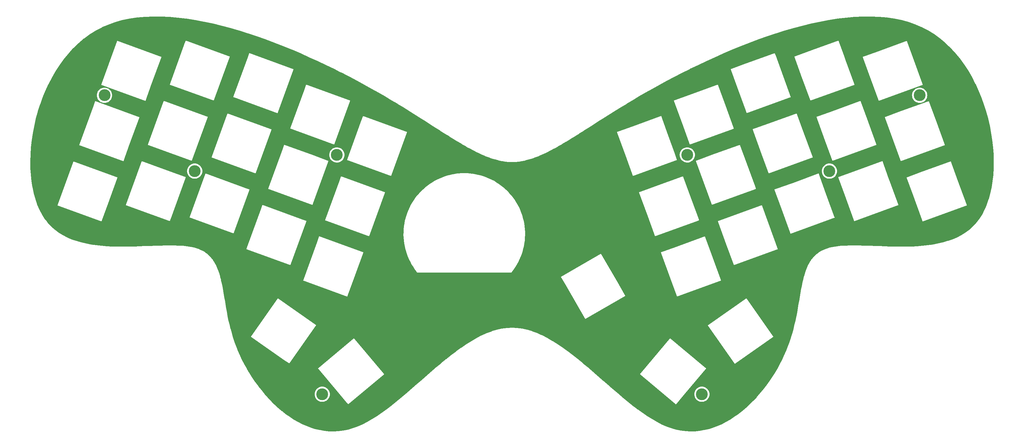
<source format=gtl>
%TF.GenerationSoftware,KiCad,Pcbnew,7.0.1-0*%
%TF.CreationDate,2023-05-23T19:41:54-04:00*%
%TF.ProjectId,plate,706c6174-652e-46b6-9963-61645f706362,rev?*%
%TF.SameCoordinates,Original*%
%TF.FileFunction,Copper,L1,Top*%
%TF.FilePolarity,Positive*%
%FSLAX46Y46*%
G04 Gerber Fmt 4.6, Leading zero omitted, Abs format (unit mm)*
G04 Created by KiCad (PCBNEW 7.0.1-0) date 2023-05-23 19:41:54*
%MOMM*%
%LPD*%
G01*
G04 APERTURE LIST*
%TA.AperFunction,ComponentPad*%
%ADD10C,3.500000*%
%TD*%
G04 APERTURE END LIST*
D10*
X261890000Y-126300000D03*
X330710000Y-108620000D03*
X303990000Y-131090000D03*
X153780000Y-197210000D03*
X266220000Y-197210000D03*
X116010000Y-131090000D03*
X158110000Y-126300000D03*
X89290000Y-108620000D03*
%TA.AperFunction,NonConductor*%
G36*
X106077015Y-85284906D02*
G01*
X106082127Y-85285037D01*
X108527729Y-85399877D01*
X108532475Y-85400192D01*
X111019373Y-85613172D01*
X111023633Y-85613613D01*
X113399266Y-85902073D01*
X113546839Y-85919992D01*
X113550844Y-85920544D01*
X116105541Y-86315589D01*
X116109192Y-86316211D01*
X118283539Y-86719671D01*
X118690487Y-86795182D01*
X118693862Y-86795857D01*
X121296795Y-87353992D01*
X121299902Y-87354700D01*
X123919653Y-87987257D01*
X123922395Y-87987954D01*
X126554164Y-88690204D01*
X126556727Y-88690919D01*
X129195311Y-89458017D01*
X129197733Y-89458748D01*
X131838536Y-90286013D01*
X131840673Y-90286705D01*
X134478723Y-91169351D01*
X134480709Y-91170035D01*
X137111026Y-92103260D01*
X137112919Y-92103950D01*
X139730733Y-93083028D01*
X139732430Y-93083678D01*
X141895356Y-93932209D01*
X142332821Y-94103830D01*
X142334553Y-94104525D01*
X144912379Y-95160872D01*
X144914008Y-95161553D01*
X147463249Y-96248835D01*
X147464708Y-96249457D01*
X147466237Y-96250121D01*
X149984898Y-97364796D01*
X149986278Y-97365417D01*
X152468110Y-98502139D01*
X152469356Y-98502720D01*
X154909168Y-99656569D01*
X154910305Y-99657115D01*
X157303611Y-100823509D01*
X157304616Y-100824006D01*
X159031524Y-101689827D01*
X159646217Y-101998017D01*
X159647417Y-101998627D01*
X161145273Y-102770067D01*
X161931382Y-103174937D01*
X161932400Y-103175461D01*
X161933532Y-103176051D01*
X164157292Y-104351076D01*
X164158228Y-104351577D01*
X165736066Y-105206031D01*
X166315764Y-105519958D01*
X166316845Y-105520550D01*
X168404278Y-106677946D01*
X168405306Y-106678522D01*
X170424005Y-107823020D01*
X170424970Y-107823573D01*
X172377028Y-108953546D01*
X172377817Y-108954008D01*
X174265441Y-110067889D01*
X174266107Y-110068285D01*
X176090462Y-111163882D01*
X176091661Y-111164602D01*
X176092400Y-111165050D01*
X177857740Y-112242022D01*
X177858390Y-112242421D01*
X179565143Y-113298121D01*
X179566175Y-113298759D01*
X179566702Y-113299087D01*
X181218849Y-114333045D01*
X181218947Y-114333106D01*
X181219297Y-114333326D01*
X182818454Y-115343610D01*
X184366420Y-116328398D01*
X184366623Y-116328528D01*
X185864726Y-117285689D01*
X185864790Y-117285730D01*
X187316948Y-118214787D01*
X187318788Y-118215964D01*
X188725451Y-119114229D01*
X188741503Y-119124479D01*
X188741778Y-119124603D01*
X190092844Y-119982695D01*
X190092846Y-119982695D01*
X190107095Y-119991745D01*
X190107566Y-119991957D01*
X191396125Y-120802732D01*
X191396674Y-120803266D01*
X191418561Y-120816850D01*
X191418562Y-120816851D01*
X192694480Y-121608743D01*
X192695783Y-121609776D01*
X192705760Y-121615762D01*
X192707543Y-121616852D01*
X192720044Y-121624641D01*
X192721124Y-121625114D01*
X193255053Y-121950401D01*
X193935719Y-122365084D01*
X193936956Y-122366272D01*
X193958280Y-122378847D01*
X193960144Y-122379968D01*
X193971894Y-122387178D01*
X193973331Y-122387795D01*
X195164985Y-123096573D01*
X195166568Y-123097804D01*
X195176704Y-123103584D01*
X195180132Y-123105612D01*
X195189327Y-123111254D01*
X195191875Y-123112329D01*
X196344357Y-123777456D01*
X196345956Y-123778874D01*
X196365329Y-123789586D01*
X196367567Y-123790854D01*
X196377990Y-123796903D01*
X196379840Y-123797653D01*
X196962225Y-124121518D01*
X197367385Y-124346828D01*
X197504145Y-124422880D01*
X197505800Y-124424279D01*
X197524531Y-124434242D01*
X197526521Y-124435323D01*
X197536698Y-124440977D01*
X197538565Y-124441702D01*
X198635294Y-125024698D01*
X198637072Y-125026172D01*
X198657017Y-125036271D01*
X198658967Y-125037280D01*
X198668507Y-125042324D01*
X198670504Y-125043064D01*
X199742546Y-125582782D01*
X199748088Y-125585572D01*
X199750140Y-125587055D01*
X199764843Y-125594039D01*
X199767105Y-125595142D01*
X199775605Y-125599392D01*
X199777843Y-125600175D01*
X200832133Y-126097420D01*
X200834615Y-126099166D01*
X200850387Y-126106075D01*
X200853175Y-126107338D01*
X200872643Y-126116445D01*
X200875543Y-126117050D01*
X201401688Y-126346515D01*
X201895547Y-126561900D01*
X201895894Y-126562051D01*
X201899377Y-126564425D01*
X201914863Y-126570448D01*
X201920057Y-126572605D01*
X201935641Y-126579495D01*
X201939627Y-126580257D01*
X202946131Y-126979758D01*
X202949367Y-126981711D01*
X202963377Y-126986688D01*
X202967491Y-126988233D01*
X202974118Y-126990855D01*
X202977395Y-126991654D01*
X203978040Y-127345962D01*
X203982096Y-127348218D01*
X203994707Y-127352028D01*
X204000968Y-127354102D01*
X204004841Y-127355500D01*
X204008693Y-127356314D01*
X204998182Y-127660801D01*
X205002711Y-127663015D01*
X205013325Y-127665669D01*
X205020478Y-127667686D01*
X205023900Y-127668762D01*
X205028030Y-127669434D01*
X206001924Y-127920714D01*
X206007143Y-127923175D01*
X206020694Y-127925820D01*
X206028987Y-127927736D01*
X206041147Y-127930988D01*
X206046763Y-127931128D01*
X207000122Y-128126736D01*
X207005418Y-128128945D01*
X207020081Y-128131065D01*
X207027741Y-128132419D01*
X207041686Y-128135337D01*
X207047312Y-128135117D01*
X207114652Y-128145183D01*
X207993230Y-128276514D01*
X207998446Y-128278323D01*
X208012906Y-128279652D01*
X208019733Y-128280471D01*
X208035265Y-128282772D01*
X208040777Y-128282198D01*
X208982619Y-128368137D01*
X208988580Y-128369747D01*
X208999598Y-128370003D01*
X209008906Y-128370570D01*
X209021570Y-128371820D01*
X209027807Y-128370838D01*
X209968006Y-128399822D01*
X209974021Y-128401076D01*
X209985538Y-128400660D01*
X209994454Y-128400658D01*
X210007454Y-128401122D01*
X210013548Y-128399773D01*
X210953547Y-128370773D01*
X210959769Y-128371684D01*
X210970993Y-128370562D01*
X210980489Y-128369979D01*
X210993001Y-128369691D01*
X210999096Y-128367955D01*
X211940512Y-128282035D01*
X211946089Y-128282558D01*
X211960093Y-128280458D01*
X211967264Y-128279595D01*
X211970161Y-128279331D01*
X211974403Y-128278316D01*
X212934558Y-128134771D01*
X212939887Y-128134902D01*
X212952608Y-128132270D01*
X212959567Y-128131036D01*
X212973545Y-128128965D01*
X212978537Y-128126945D01*
X213933244Y-127931041D01*
X213939129Y-127930895D01*
X213950675Y-127927760D01*
X213959668Y-127925673D01*
X213961749Y-127925270D01*
X213966086Y-127923723D01*
X214952451Y-127669208D01*
X214956664Y-127668506D01*
X214959173Y-127667708D01*
X214967055Y-127665484D01*
X214980046Y-127662276D01*
X214984894Y-127659753D01*
X215958145Y-127360247D01*
X215963406Y-127359723D01*
X215978601Y-127354158D01*
X215985735Y-127351788D01*
X216000769Y-127347294D01*
X216005107Y-127344731D01*
X217002924Y-126991411D01*
X217006781Y-126990459D01*
X217011400Y-126988578D01*
X217017770Y-126986184D01*
X217021700Y-126984828D01*
X217025104Y-126983106D01*
X218040398Y-126580106D01*
X218044263Y-126579367D01*
X218060221Y-126572338D01*
X218064877Y-126570399D01*
X218080897Y-126564106D01*
X218084130Y-126561901D01*
X219037932Y-126145914D01*
X219104485Y-126116888D01*
X219108565Y-126116036D01*
X219125782Y-126107715D01*
X219130781Y-126105434D01*
X219136495Y-126102977D01*
X219139254Y-126101333D01*
X220202519Y-125599846D01*
X220205556Y-125598775D01*
X220211791Y-125595569D01*
X220216318Y-125593355D01*
X220234380Y-125584975D01*
X220237139Y-125582783D01*
X221309673Y-125042811D01*
X221312059Y-125041924D01*
X221320532Y-125037392D01*
X221323578Y-125035816D01*
X221334210Y-125030500D01*
X221336360Y-125028973D01*
X221344402Y-125024698D01*
X222441645Y-124441423D01*
X222444006Y-124440501D01*
X222452939Y-124435469D01*
X222456060Y-124433770D01*
X222466219Y-124428423D01*
X222468198Y-124426972D01*
X223600313Y-123797396D01*
X223602463Y-123796523D01*
X223611916Y-123790994D01*
X223615410Y-123789025D01*
X223630456Y-123780865D01*
X223632681Y-123778996D01*
X224788020Y-123112217D01*
X224790088Y-123111349D01*
X224800197Y-123105231D01*
X224803155Y-123103496D01*
X224811475Y-123098768D01*
X224813151Y-123097512D01*
X226006812Y-122387539D01*
X226008492Y-122386816D01*
X226018952Y-122380362D01*
X226022870Y-122378043D01*
X226045277Y-122365325D01*
X226047749Y-122362803D01*
X227259178Y-121624762D01*
X227260988Y-121623965D01*
X227272184Y-121616866D01*
X227274417Y-121615483D01*
X227290563Y-121605716D01*
X227291579Y-121604815D01*
X227781947Y-121300469D01*
X228561528Y-120816628D01*
X228561528Y-120816626D01*
X228579016Y-120805773D01*
X228579575Y-120805269D01*
X229872723Y-119991610D01*
X229873922Y-119991069D01*
X229886283Y-119983096D01*
X229888434Y-119981739D01*
X229912789Y-119966725D01*
X229913910Y-119965539D01*
X230652632Y-119496362D01*
X241061588Y-119496362D01*
X241069891Y-119519198D01*
X241070021Y-119519414D01*
X243750409Y-126883719D01*
X245803618Y-132524865D01*
X245807374Y-132535183D01*
X245807435Y-132535572D01*
X245815669Y-132558091D01*
X245815945Y-132558394D01*
X245815946Y-132558394D01*
X245815947Y-132558395D01*
X245816361Y-132558413D01*
X245816364Y-132558409D01*
X245833789Y-132552025D01*
X258854671Y-127812811D01*
X258854865Y-127812783D01*
X258854854Y-127812751D01*
X258878086Y-127804332D01*
X258878089Y-127804333D01*
X258878395Y-127804053D01*
X258878408Y-127803746D01*
X258878413Y-127803639D01*
X258878412Y-127803638D01*
X258878413Y-127803637D01*
X258870227Y-127780966D01*
X258869949Y-127780506D01*
X258866615Y-127771347D01*
X258331089Y-126300000D01*
X259634671Y-126300000D01*
X259653966Y-126594386D01*
X259711518Y-126883719D01*
X259806347Y-127163077D01*
X259936827Y-127427664D01*
X260100726Y-127672957D01*
X260186678Y-127770965D01*
X260295242Y-127894758D01*
X260413410Y-127998389D01*
X260517042Y-128089273D01*
X260762335Y-128253172D01*
X261026922Y-128383652D01*
X261120041Y-128415261D01*
X261306278Y-128478481D01*
X261451944Y-128507455D01*
X261595613Y-128536033D01*
X261595615Y-128536033D01*
X261595620Y-128536034D01*
X261890000Y-128555329D01*
X262184380Y-128536034D01*
X262184384Y-128536033D01*
X262184386Y-128536033D01*
X262255222Y-128521942D01*
X262473722Y-128478481D01*
X262753077Y-128383652D01*
X263017665Y-128253172D01*
X263262957Y-128089273D01*
X263334693Y-128026362D01*
X264401588Y-128026362D01*
X264409891Y-128049198D01*
X264410021Y-128049414D01*
X266613336Y-134102971D01*
X269140371Y-141045944D01*
X269147374Y-141065183D01*
X269147435Y-141065572D01*
X269155669Y-141088091D01*
X269155945Y-141088394D01*
X269155946Y-141088394D01*
X269155947Y-141088395D01*
X269156361Y-141088413D01*
X269156364Y-141088409D01*
X269173789Y-141082025D01*
X281580470Y-136566362D01*
X287721588Y-136566362D01*
X287729891Y-136589198D01*
X287730021Y-136589414D01*
X289646243Y-141854189D01*
X292459907Y-149584669D01*
X292467374Y-149605183D01*
X292467435Y-149605572D01*
X292475669Y-149628091D01*
X292475945Y-149628394D01*
X292475946Y-149628394D01*
X292475947Y-149628395D01*
X292476361Y-149628413D01*
X292476364Y-149628409D01*
X292493789Y-149622025D01*
X305514671Y-144882811D01*
X305514865Y-144882783D01*
X305514854Y-144882751D01*
X305538086Y-144874332D01*
X305538089Y-144874333D01*
X305538395Y-144874053D01*
X305538408Y-144873746D01*
X305538413Y-144873639D01*
X305538412Y-144873638D01*
X305538413Y-144873637D01*
X305530227Y-144850966D01*
X305529949Y-144850506D01*
X305436694Y-144594291D01*
X302795024Y-137336361D01*
X300792822Y-131835355D01*
X300792752Y-131835161D01*
X300784333Y-131811911D01*
X300784053Y-131811605D01*
X300784054Y-131811605D01*
X300783884Y-131811597D01*
X300783745Y-131811592D01*
X300783638Y-131811588D01*
X300783636Y-131811588D01*
X300761347Y-131819653D01*
X300760965Y-131819882D01*
X293539671Y-134448219D01*
X287742104Y-136558361D01*
X287721911Y-136565667D01*
X287721607Y-136565940D01*
X287721605Y-136565945D01*
X287721588Y-136566362D01*
X281580470Y-136566362D01*
X282194671Y-136342811D01*
X282194865Y-136342783D01*
X282194854Y-136342751D01*
X282218086Y-136334332D01*
X282218089Y-136334333D01*
X282218395Y-136334053D01*
X282218408Y-136333746D01*
X282218413Y-136333639D01*
X282218412Y-136333638D01*
X282218413Y-136333637D01*
X282210227Y-136310965D01*
X282209949Y-136310506D01*
X282082091Y-135959220D01*
X279380273Y-128536034D01*
X277472822Y-123295355D01*
X277472752Y-123295161D01*
X277464333Y-123271911D01*
X277464053Y-123271605D01*
X277464054Y-123271605D01*
X277463885Y-123271597D01*
X277463745Y-123271592D01*
X277463638Y-123271588D01*
X277463636Y-123271588D01*
X277441347Y-123279653D01*
X277440965Y-123279882D01*
X269559653Y-126148446D01*
X264422104Y-128018361D01*
X264401911Y-128025667D01*
X264401607Y-128025940D01*
X264401605Y-128025945D01*
X264401588Y-128026362D01*
X263334693Y-128026362D01*
X263484758Y-127894758D01*
X263679273Y-127672957D01*
X263843172Y-127427665D01*
X263973652Y-127163077D01*
X264068481Y-126883722D01*
X264126034Y-126594380D01*
X264145329Y-126300000D01*
X264126034Y-126005620D01*
X264068481Y-125716278D01*
X263973652Y-125436923D01*
X263843172Y-125172336D01*
X263679273Y-124927043D01*
X263484758Y-124705242D01*
X263381125Y-124614358D01*
X263262957Y-124510726D01*
X263017664Y-124346827D01*
X262753077Y-124216347D01*
X262473719Y-124121518D01*
X262184386Y-124063966D01*
X261890000Y-124044671D01*
X261595613Y-124063966D01*
X261306280Y-124121518D01*
X261026922Y-124216347D01*
X260762336Y-124346827D01*
X260517043Y-124510726D01*
X260295242Y-124705242D01*
X260100726Y-124927043D01*
X259936827Y-125172336D01*
X259806347Y-125436922D01*
X259711518Y-125716280D01*
X259653966Y-126005613D01*
X259634671Y-126300000D01*
X258331089Y-126300000D01*
X256031696Y-119982470D01*
X254132822Y-114765355D01*
X254132752Y-114765161D01*
X254124333Y-114741911D01*
X254124053Y-114741605D01*
X254124054Y-114741605D01*
X254123885Y-114741597D01*
X254123745Y-114741592D01*
X254123638Y-114741588D01*
X254123636Y-114741588D01*
X254101347Y-114749653D01*
X254100965Y-114749882D01*
X246011828Y-117694088D01*
X241082104Y-119488361D01*
X241061911Y-119495667D01*
X241061607Y-119495940D01*
X241061605Y-119495945D01*
X241061588Y-119496362D01*
X230652632Y-119496362D01*
X231238324Y-119124377D01*
X231238604Y-119124251D01*
X231253164Y-119114953D01*
X231253166Y-119114953D01*
X232646398Y-118225267D01*
X232646500Y-118225222D01*
X232662810Y-118214787D01*
X234114120Y-117286277D01*
X234115039Y-117285689D01*
X235613441Y-116328343D01*
X235613440Y-116328343D01*
X237161679Y-115343389D01*
X237161678Y-115343389D01*
X238761056Y-114332972D01*
X238761184Y-114332891D01*
X240413681Y-113298722D01*
X242121966Y-112242082D01*
X242122143Y-112241974D01*
X243887976Y-111164710D01*
X243888208Y-111164570D01*
X245533753Y-110176362D01*
X257901588Y-110176362D01*
X257909891Y-110199198D01*
X257910021Y-110199414D01*
X260489121Y-117285433D01*
X262643618Y-123204865D01*
X262647374Y-123215183D01*
X262647435Y-123215572D01*
X262655669Y-123238091D01*
X262655945Y-123238394D01*
X262655946Y-123238394D01*
X262655947Y-123238395D01*
X262656361Y-123238413D01*
X262656364Y-123238409D01*
X262673789Y-123232025D01*
X275107945Y-118706362D01*
X281231588Y-118706362D01*
X281239891Y-118729198D01*
X281240021Y-118729414D01*
X283738343Y-125593497D01*
X285846054Y-131384386D01*
X285977374Y-131745183D01*
X285977435Y-131745572D01*
X285985669Y-131768091D01*
X285985945Y-131768394D01*
X285985946Y-131768394D01*
X285985947Y-131768395D01*
X285986361Y-131768413D01*
X285986364Y-131768409D01*
X286003789Y-131762025D01*
X287850165Y-131089999D01*
X301734671Y-131089999D01*
X301753966Y-131384386D01*
X301811518Y-131673719D01*
X301906347Y-131953077D01*
X302036827Y-132217664D01*
X302200726Y-132462957D01*
X302284224Y-132558167D01*
X302395242Y-132684758D01*
X302513410Y-132788389D01*
X302617042Y-132879273D01*
X302862335Y-133043172D01*
X303126922Y-133173652D01*
X303220041Y-133205261D01*
X303406278Y-133268481D01*
X303551944Y-133297455D01*
X303695613Y-133326033D01*
X303695615Y-133326033D01*
X303695620Y-133326034D01*
X303990000Y-133345329D01*
X304284380Y-133326034D01*
X304284384Y-133326033D01*
X304284386Y-133326033D01*
X304355222Y-133311942D01*
X304573722Y-133268481D01*
X304853077Y-133173652D01*
X305117665Y-133043172D01*
X305352348Y-132886362D01*
X306601588Y-132886362D01*
X306609891Y-132909198D01*
X306610021Y-132909414D01*
X308366027Y-137734000D01*
X311343618Y-145914865D01*
X311347374Y-145925183D01*
X311347435Y-145925572D01*
X311355669Y-145948091D01*
X311355945Y-145948394D01*
X311355946Y-145948394D01*
X311355947Y-145948395D01*
X311356361Y-145948413D01*
X311356364Y-145948409D01*
X311373789Y-145942025D01*
X324394671Y-141202811D01*
X324394865Y-141202783D01*
X324394854Y-141202751D01*
X324418086Y-141194332D01*
X324418089Y-141194333D01*
X324418395Y-141194053D01*
X324418408Y-141193746D01*
X324418413Y-141193639D01*
X324418412Y-141193638D01*
X324418413Y-141193637D01*
X324410227Y-141170966D01*
X324409949Y-141170506D01*
X324406615Y-141161347D01*
X321838232Y-134104770D01*
X321420246Y-132956362D01*
X326851588Y-132956362D01*
X326859891Y-132979198D01*
X326860021Y-132979414D01*
X328688461Y-138003012D01*
X331580344Y-145948395D01*
X331597374Y-145995183D01*
X331597435Y-145995572D01*
X331605669Y-146018091D01*
X331605945Y-146018394D01*
X331605946Y-146018394D01*
X331605947Y-146018395D01*
X331606361Y-146018413D01*
X331606364Y-146018409D01*
X331623789Y-146012025D01*
X344644671Y-141272811D01*
X344644865Y-141272783D01*
X344644854Y-141272751D01*
X344668086Y-141264332D01*
X344668089Y-141264333D01*
X344668395Y-141264053D01*
X344668408Y-141263746D01*
X344668413Y-141263639D01*
X344668412Y-141263638D01*
X344668413Y-141263637D01*
X344660227Y-141240965D01*
X344659949Y-141240506D01*
X344646207Y-141202751D01*
X341887706Y-133623831D01*
X339922822Y-128225355D01*
X339922752Y-128225161D01*
X339914333Y-128201911D01*
X339914053Y-128201605D01*
X339914054Y-128201605D01*
X339913884Y-128201597D01*
X339913745Y-128201592D01*
X339913638Y-128201588D01*
X339913636Y-128201588D01*
X339891347Y-128209653D01*
X339890965Y-128209882D01*
X331169106Y-131384380D01*
X326872104Y-132948361D01*
X326851911Y-132955667D01*
X326851607Y-132955940D01*
X326851605Y-132955945D01*
X326851588Y-132956362D01*
X321420246Y-132956362D01*
X319672822Y-128155355D01*
X319672752Y-128155161D01*
X319664333Y-128131911D01*
X319664053Y-128131605D01*
X319664054Y-128131605D01*
X319663885Y-128131597D01*
X319663745Y-128131592D01*
X319663638Y-128131588D01*
X319663636Y-128131588D01*
X319641347Y-128139653D01*
X319640965Y-128139882D01*
X311535588Y-131089999D01*
X306622104Y-132878361D01*
X306601911Y-132885667D01*
X306601607Y-132885940D01*
X306601605Y-132885945D01*
X306601588Y-132886362D01*
X305352348Y-132886362D01*
X305362957Y-132879273D01*
X305584758Y-132684758D01*
X305779273Y-132462957D01*
X305943172Y-132217665D01*
X306073652Y-131953077D01*
X306168481Y-131673722D01*
X306226034Y-131384380D01*
X306245329Y-131090000D01*
X306226034Y-130795620D01*
X306168481Y-130506278D01*
X306073652Y-130226923D01*
X306071320Y-130222195D01*
X305943172Y-129962336D01*
X305779273Y-129717043D01*
X305779272Y-129717042D01*
X305584758Y-129495242D01*
X305481125Y-129404358D01*
X305362957Y-129300726D01*
X305117664Y-129136827D01*
X304853077Y-129006347D01*
X304573719Y-128911518D01*
X304284386Y-128853966D01*
X304032054Y-128837427D01*
X303990000Y-128834671D01*
X303989999Y-128834671D01*
X303695613Y-128853966D01*
X303406280Y-128911518D01*
X303126922Y-129006347D01*
X302862336Y-129136827D01*
X302617043Y-129300726D01*
X302395242Y-129495242D01*
X302200726Y-129717043D01*
X302036827Y-129962336D01*
X301906347Y-130226922D01*
X301811518Y-130506280D01*
X301753966Y-130795613D01*
X301734671Y-131089999D01*
X287850165Y-131089999D01*
X299024671Y-127022811D01*
X299024865Y-127022783D01*
X299024854Y-127022751D01*
X299048086Y-127014332D01*
X299048089Y-127014333D01*
X299048395Y-127014053D01*
X299048408Y-127013746D01*
X299048413Y-127013639D01*
X299048412Y-127013638D01*
X299048413Y-127013637D01*
X299040227Y-126990966D01*
X299039949Y-126990506D01*
X299039247Y-126988578D01*
X296028154Y-118715667D01*
X294685357Y-115026362D01*
X300111588Y-115026362D01*
X300119891Y-115049198D01*
X300120021Y-115049414D01*
X302510090Y-121616074D01*
X304851634Y-128049414D01*
X304857374Y-128065183D01*
X304857435Y-128065572D01*
X304865669Y-128088091D01*
X304865945Y-128088394D01*
X304865946Y-128088394D01*
X304865947Y-128088395D01*
X304866361Y-128088413D01*
X304866364Y-128088409D01*
X304883789Y-128082025D01*
X317904671Y-123342811D01*
X317904865Y-123342783D01*
X317904854Y-123342751D01*
X317928086Y-123334332D01*
X317928089Y-123334333D01*
X317928395Y-123334053D01*
X317928408Y-123333746D01*
X317928413Y-123333639D01*
X317928412Y-123333638D01*
X317928413Y-123333637D01*
X317920227Y-123310965D01*
X317919949Y-123310506D01*
X317914434Y-123295355D01*
X314933926Y-115106475D01*
X314933885Y-115106362D01*
X320351588Y-115106362D01*
X320359891Y-115129198D01*
X320360021Y-115129414D01*
X322721090Y-121616397D01*
X325097095Y-128144418D01*
X325097374Y-128145183D01*
X325097435Y-128145572D01*
X325105669Y-128168091D01*
X325105945Y-128168394D01*
X325105946Y-128168394D01*
X325105947Y-128168395D01*
X325106361Y-128168413D01*
X325106364Y-128168409D01*
X325123789Y-128162025D01*
X338144671Y-123422811D01*
X338144865Y-123422783D01*
X338144854Y-123422751D01*
X338168086Y-123414332D01*
X338168089Y-123414333D01*
X338168395Y-123414053D01*
X338168408Y-123413746D01*
X338168413Y-123413639D01*
X338168412Y-123413638D01*
X338168413Y-123413637D01*
X338160227Y-123390965D01*
X338159949Y-123390506D01*
X338142579Y-123342783D01*
X335589613Y-116328566D01*
X333422822Y-110375355D01*
X333422752Y-110375161D01*
X333414333Y-110351911D01*
X333414053Y-110351605D01*
X333414054Y-110351605D01*
X333413884Y-110351597D01*
X333413745Y-110351592D01*
X333413638Y-110351588D01*
X333413636Y-110351588D01*
X333391347Y-110359653D01*
X333390965Y-110359882D01*
X324904958Y-113448537D01*
X320372104Y-115098361D01*
X320351911Y-115105667D01*
X320351607Y-115105940D01*
X320351605Y-115105945D01*
X320351588Y-115106362D01*
X314933885Y-115106362D01*
X313182822Y-110295355D01*
X313182752Y-110295161D01*
X313174333Y-110271911D01*
X313174053Y-110271605D01*
X313174054Y-110271605D01*
X313173885Y-110271597D01*
X313173745Y-110271592D01*
X313173638Y-110271588D01*
X313173636Y-110271588D01*
X313151347Y-110279653D01*
X313150965Y-110279882D01*
X304438582Y-113450931D01*
X300132104Y-115018361D01*
X300111911Y-115025667D01*
X300111607Y-115025940D01*
X300111605Y-115025945D01*
X300111588Y-115026362D01*
X294685357Y-115026362D01*
X294302822Y-113975355D01*
X294302752Y-113975161D01*
X294294333Y-113951911D01*
X294294053Y-113951605D01*
X294294054Y-113951605D01*
X294293884Y-113951597D01*
X294293745Y-113951592D01*
X294293638Y-113951588D01*
X294293636Y-113951588D01*
X294271347Y-113959653D01*
X294270965Y-113959882D01*
X285342530Y-117209567D01*
X281252104Y-118698361D01*
X281231911Y-118705667D01*
X281231607Y-118705940D01*
X281231605Y-118705945D01*
X281231588Y-118706362D01*
X275107945Y-118706362D01*
X275694671Y-118492811D01*
X275694865Y-118492783D01*
X275694854Y-118492751D01*
X275718086Y-118484332D01*
X275718089Y-118484333D01*
X275718395Y-118484053D01*
X275718408Y-118483746D01*
X275718413Y-118483639D01*
X275718412Y-118483638D01*
X275718413Y-118483637D01*
X275710227Y-118460966D01*
X275709949Y-118460506D01*
X275706615Y-118451347D01*
X273054523Y-111164781D01*
X270972822Y-105445355D01*
X270972752Y-105445161D01*
X270964333Y-105421911D01*
X270964053Y-105421605D01*
X270964054Y-105421605D01*
X270963884Y-105421597D01*
X270963745Y-105421592D01*
X270963638Y-105421588D01*
X270963636Y-105421588D01*
X270941347Y-105429653D01*
X270940965Y-105429882D01*
X263779948Y-108036280D01*
X257922104Y-110168361D01*
X257901911Y-110175667D01*
X257901607Y-110175940D01*
X257901605Y-110175945D01*
X257901588Y-110176362D01*
X245533753Y-110176362D01*
X245714167Y-110068017D01*
X245714516Y-110067810D01*
X247602465Y-108953745D01*
X247603082Y-108953384D01*
X249555376Y-107823284D01*
X249555969Y-107822944D01*
X251574930Y-106678306D01*
X251575692Y-106677879D01*
X253663532Y-105520270D01*
X253664252Y-105519875D01*
X255821938Y-104351422D01*
X255822711Y-104351008D01*
X258046695Y-103175874D01*
X258047643Y-103175380D01*
X260332725Y-101998503D01*
X260333896Y-101997908D01*
X260334746Y-101997482D01*
X262630706Y-100846362D01*
X274731588Y-100846362D01*
X274739891Y-100869198D01*
X274740021Y-100869414D01*
X276854264Y-106678249D01*
X279318726Y-113449303D01*
X279477374Y-113885183D01*
X279477435Y-113885572D01*
X279485669Y-113908091D01*
X279485945Y-113908394D01*
X279485946Y-113908394D01*
X279485947Y-113908395D01*
X279486361Y-113908413D01*
X279486364Y-113908409D01*
X279503789Y-113902025D01*
X292524671Y-109162811D01*
X292524865Y-109162783D01*
X292524854Y-109162751D01*
X292548086Y-109154332D01*
X292548089Y-109154333D01*
X292548395Y-109154053D01*
X292548408Y-109153746D01*
X292548413Y-109153639D01*
X292548412Y-109153638D01*
X292548413Y-109153637D01*
X292540227Y-109130965D01*
X292539949Y-109130506D01*
X292475530Y-108953517D01*
X289731880Y-101415399D01*
X288188997Y-97176362D01*
X293601588Y-97176362D01*
X293609891Y-97199198D01*
X293610021Y-97199414D01*
X295785191Y-103175643D01*
X298343618Y-110204865D01*
X298347374Y-110215183D01*
X298347435Y-110215572D01*
X298355669Y-110238091D01*
X298355945Y-110238394D01*
X298355946Y-110238394D01*
X298355947Y-110238395D01*
X298356361Y-110238413D01*
X298356364Y-110238409D01*
X298373789Y-110232025D01*
X311394671Y-105492811D01*
X311394865Y-105492783D01*
X311394854Y-105492751D01*
X311418086Y-105484332D01*
X311418089Y-105484333D01*
X311418395Y-105484053D01*
X311418408Y-105483746D01*
X311418413Y-105483639D01*
X311418412Y-105483638D01*
X311418413Y-105483637D01*
X311410227Y-105460966D01*
X311409949Y-105460506D01*
X311406615Y-105451347D01*
X308642219Y-97856230D01*
X308423885Y-97256362D01*
X313851588Y-97256362D01*
X313859891Y-97279198D01*
X313860021Y-97279414D01*
X315577258Y-101997484D01*
X318597095Y-110294418D01*
X318597374Y-110295183D01*
X318597435Y-110295572D01*
X318605669Y-110318091D01*
X318605945Y-110318394D01*
X318605946Y-110318394D01*
X318605947Y-110318395D01*
X318606361Y-110318413D01*
X318606364Y-110318409D01*
X318623789Y-110312025D01*
X323272589Y-108620000D01*
X328454671Y-108620000D01*
X328473966Y-108914386D01*
X328531518Y-109203719D01*
X328626347Y-109483077D01*
X328756827Y-109747664D01*
X328920726Y-109992957D01*
X329024358Y-110111125D01*
X329115242Y-110214758D01*
X329223801Y-110309962D01*
X329337042Y-110409273D01*
X329582335Y-110573172D01*
X329846922Y-110703652D01*
X329940041Y-110735261D01*
X330126278Y-110798481D01*
X330271944Y-110827455D01*
X330415613Y-110856033D01*
X330415615Y-110856033D01*
X330415620Y-110856034D01*
X330710000Y-110875329D01*
X331004380Y-110856034D01*
X331004384Y-110856033D01*
X331004386Y-110856033D01*
X331075222Y-110841942D01*
X331293722Y-110798481D01*
X331573077Y-110703652D01*
X331837665Y-110573172D01*
X332082957Y-110409273D01*
X332304758Y-110214758D01*
X332499273Y-109992957D01*
X332663172Y-109747665D01*
X332793652Y-109483077D01*
X332888481Y-109203722D01*
X332946034Y-108914380D01*
X332965329Y-108620000D01*
X332946034Y-108325620D01*
X332888481Y-108036278D01*
X332793652Y-107756923D01*
X332663172Y-107492336D01*
X332499273Y-107247043D01*
X332304758Y-107025242D01*
X332201125Y-106934358D01*
X332082957Y-106830726D01*
X331837664Y-106666827D01*
X331573077Y-106536347D01*
X331293719Y-106441518D01*
X331004386Y-106383966D01*
X330710000Y-106364671D01*
X330415613Y-106383966D01*
X330126280Y-106441518D01*
X329846922Y-106536347D01*
X329582336Y-106666827D01*
X329337043Y-106830726D01*
X329115242Y-107025242D01*
X328920726Y-107247043D01*
X328756827Y-107492336D01*
X328626347Y-107756922D01*
X328531518Y-108036280D01*
X328473966Y-108325613D01*
X328454671Y-108620000D01*
X323272589Y-108620000D01*
X331644671Y-105572811D01*
X331644865Y-105572783D01*
X331644854Y-105572751D01*
X331668086Y-105564332D01*
X331668089Y-105564333D01*
X331668395Y-105564053D01*
X331668408Y-105563746D01*
X331668413Y-105563639D01*
X331668412Y-105563638D01*
X331668413Y-105563637D01*
X331660227Y-105540965D01*
X331659949Y-105540506D01*
X331652509Y-105520066D01*
X328863052Y-97856095D01*
X326922822Y-92525355D01*
X326922752Y-92525161D01*
X326914333Y-92501911D01*
X326914053Y-92501605D01*
X326914054Y-92501605D01*
X326913884Y-92501597D01*
X326913745Y-92501592D01*
X326913638Y-92501588D01*
X326913636Y-92501588D01*
X326891347Y-92509653D01*
X326890965Y-92509882D01*
X317962530Y-95759567D01*
X313872104Y-97248361D01*
X313851911Y-97255667D01*
X313851607Y-97255940D01*
X313851605Y-97255945D01*
X313851588Y-97256362D01*
X308423885Y-97256362D01*
X306672822Y-92445355D01*
X306672752Y-92445161D01*
X306664333Y-92421911D01*
X306664053Y-92421605D01*
X306664054Y-92421605D01*
X306663884Y-92421597D01*
X306663745Y-92421592D01*
X306663638Y-92421588D01*
X306663636Y-92421588D01*
X306641347Y-92429653D01*
X306640965Y-92429882D01*
X299135936Y-95161490D01*
X293622104Y-97168361D01*
X293601911Y-97175667D01*
X293601607Y-97175940D01*
X293601605Y-97175945D01*
X293601588Y-97176362D01*
X288188997Y-97176362D01*
X287802822Y-96115355D01*
X287802752Y-96115161D01*
X287794333Y-96091911D01*
X287794053Y-96091605D01*
X287794054Y-96091605D01*
X287793885Y-96091597D01*
X287793745Y-96091592D01*
X287793638Y-96091588D01*
X287793636Y-96091588D01*
X287771347Y-96099653D01*
X287770965Y-96099882D01*
X278842530Y-99349567D01*
X274752104Y-100838361D01*
X274731911Y-100845667D01*
X274731607Y-100845940D01*
X274731605Y-100845945D01*
X274731588Y-100846362D01*
X262630706Y-100846362D01*
X262675422Y-100823943D01*
X262676571Y-100823374D01*
X265069791Y-99657031D01*
X265070897Y-99656499D01*
X267510969Y-98502534D01*
X267512060Y-98502027D01*
X269993944Y-97365288D01*
X269995134Y-97364752D01*
X272513982Y-96250000D01*
X272515285Y-96249434D01*
X275066185Y-95161452D01*
X275067633Y-95160846D01*
X277645594Y-94104449D01*
X277647260Y-94103780D01*
X280247678Y-93083623D01*
X280249241Y-93083024D01*
X282867183Y-92103902D01*
X282869001Y-92103240D01*
X285499330Y-91170017D01*
X285501247Y-91169356D01*
X288139391Y-90286683D01*
X288141467Y-90286011D01*
X290782259Y-89458753D01*
X290784622Y-89458039D01*
X293423328Y-88690911D01*
X293425843Y-88690210D01*
X296057607Y-87987965D01*
X296060309Y-87987278D01*
X298680080Y-87354722D01*
X298683154Y-87354021D01*
X301286136Y-86795880D01*
X301289392Y-86795229D01*
X303870739Y-86316254D01*
X303874368Y-86315636D01*
X306429102Y-85920591D01*
X306433018Y-85920050D01*
X308956246Y-85613675D01*
X308960523Y-85613232D01*
X311447399Y-85400261D01*
X311452121Y-85399948D01*
X313897717Y-85285115D01*
X313902824Y-85284984D01*
X316302112Y-85273012D01*
X316307763Y-85273112D01*
X318656015Y-85368707D01*
X318662131Y-85369108D01*
X320954342Y-85576963D01*
X320960997Y-85577748D01*
X323192370Y-85902552D01*
X323199518Y-85903808D01*
X325365145Y-86350232D01*
X325372805Y-86352066D01*
X327467847Y-86924771D01*
X327475918Y-86927276D01*
X329495653Y-87630953D01*
X329504059Y-87634231D01*
X331303917Y-88413069D01*
X331443689Y-88473551D01*
X331452238Y-88477645D01*
X331855711Y-88690192D01*
X333307887Y-89455189D01*
X333308142Y-89455323D01*
X333316194Y-89459958D01*
X335087838Y-90570197D01*
X335095220Y-90575201D01*
X336782602Y-91809985D01*
X336789278Y-91815233D01*
X338293241Y-93083005D01*
X338392225Y-93166444D01*
X338398237Y-93171857D01*
X339367131Y-94103215D01*
X339916627Y-94631422D01*
X339921986Y-94636902D01*
X340404153Y-95161490D01*
X341355654Y-96196705D01*
X341360409Y-96202193D01*
X342709193Y-97854121D01*
X342713392Y-97859565D01*
X343977071Y-99595416D01*
X343980767Y-99600783D01*
X345159215Y-101412467D01*
X345162459Y-101417738D01*
X345499590Y-101997395D01*
X346184453Y-103174937D01*
X346255468Y-103297038D01*
X346258311Y-103302205D01*
X347265716Y-105240952D01*
X347268203Y-105246016D01*
X348189830Y-107236010D01*
X348192000Y-107240978D01*
X349027690Y-109274033D01*
X349029578Y-109278918D01*
X349439318Y-110409273D01*
X349712892Y-111163985D01*
X349779155Y-111346784D01*
X349780791Y-111351604D01*
X350444132Y-113446155D01*
X350445540Y-113450931D01*
X351022474Y-115563900D01*
X351023672Y-115568656D01*
X351514059Y-117691826D01*
X351515061Y-117696590D01*
X351918771Y-119821771D01*
X351919586Y-119826573D01*
X352236480Y-121945530D01*
X352237110Y-121950401D01*
X352467063Y-124054892D01*
X352467506Y-124059870D01*
X352610401Y-126141742D01*
X352610646Y-126146865D01*
X352666368Y-128197820D01*
X352666399Y-128203133D01*
X352634842Y-130214969D01*
X352634630Y-130220517D01*
X352515703Y-132184947D01*
X352515212Y-132190783D01*
X352308826Y-134099669D01*
X352308000Y-134105847D01*
X352014105Y-135950815D01*
X352012875Y-135957391D01*
X351631407Y-137730323D01*
X351629677Y-137737355D01*
X351160646Y-139429875D01*
X351158297Y-139437412D01*
X350601679Y-141041416D01*
X350598556Y-141049492D01*
X350254650Y-141854197D01*
X349954424Y-142556692D01*
X349950337Y-142565319D01*
X349218756Y-143967565D01*
X349213487Y-143976696D01*
X348394520Y-145265956D01*
X348387937Y-145275333D01*
X347813195Y-146018412D01*
X347482291Y-146446234D01*
X347474759Y-146455081D01*
X346486449Y-147511546D01*
X346478295Y-147519497D01*
X345412370Y-148467349D01*
X345403870Y-148474259D01*
X344265356Y-149319219D01*
X344256794Y-149325036D01*
X343050719Y-150072744D01*
X343042341Y-150077498D01*
X341773812Y-150733493D01*
X341765813Y-150737274D01*
X340440016Y-151307047D01*
X340432532Y-151309980D01*
X339054634Y-151799030D01*
X339047744Y-151801251D01*
X337622990Y-152215059D01*
X337616730Y-152216701D01*
X336150549Y-152560719D01*
X336144923Y-152561903D01*
X334642448Y-152841680D01*
X334637440Y-152842506D01*
X333104186Y-153063526D01*
X333099767Y-153064083D01*
X331540910Y-153231905D01*
X331537046Y-153232259D01*
X329958193Y-153352410D01*
X329954851Y-153352620D01*
X328361024Y-153430689D01*
X328358169Y-153430795D01*
X326755120Y-153472337D01*
X326752727Y-153472376D01*
X325145481Y-153482987D01*
X325143524Y-153482985D01*
X323537440Y-153468249D01*
X323535905Y-153468225D01*
X321936559Y-153433743D01*
X321935435Y-153433714D01*
X320347789Y-153385078D01*
X320347074Y-153385054D01*
X318777035Y-153327888D01*
X318776735Y-153327877D01*
X317450563Y-153276371D01*
X317228906Y-153267763D01*
X317228905Y-153267763D01*
X317228821Y-153267759D01*
X317228774Y-153267758D01*
X317228680Y-153267729D01*
X317228680Y-153267754D01*
X317228401Y-153267742D01*
X317226698Y-153267677D01*
X317226576Y-153267675D01*
X316417626Y-153237106D01*
X315709316Y-153210340D01*
X315709316Y-153210338D01*
X315707219Y-153210267D01*
X315707062Y-153210265D01*
X314224090Y-153161248D01*
X314223653Y-153161231D01*
X314206647Y-153160774D01*
X314206331Y-153160809D01*
X312789977Y-153126359D01*
X312788995Y-153126226D01*
X312776117Y-153126022D01*
X312776048Y-153126021D01*
X312775987Y-153126020D01*
X312776014Y-153126020D01*
X312775946Y-153126019D01*
X312775597Y-153126014D01*
X312775328Y-153126013D01*
X311396557Y-153110620D01*
X311395245Y-153110360D01*
X311373390Y-153110360D01*
X311373274Y-153110360D01*
X311373202Y-153110360D01*
X311359202Y-153110360D01*
X311358374Y-153110464D01*
X310037910Y-153119720D01*
X310035760Y-153119426D01*
X310020835Y-153119823D01*
X310019228Y-153119856D01*
X310011356Y-153119962D01*
X310009564Y-153120168D01*
X308743763Y-153159404D01*
X308741417Y-153159060D01*
X308722432Y-153160046D01*
X308720732Y-153160123D01*
X308707781Y-153160617D01*
X308705298Y-153161099D01*
X307502576Y-153235522D01*
X307499520Y-153235242D01*
X307484657Y-153236593D01*
X307482005Y-153236805D01*
X307466206Y-153237899D01*
X307462965Y-153238775D01*
X306331112Y-153353252D01*
X306326957Y-153352990D01*
X306312614Y-153355039D01*
X306308615Y-153355544D01*
X306297222Y-153356794D01*
X306293441Y-153357916D01*
X305226247Y-153518897D01*
X305221586Y-153518937D01*
X305211081Y-153521063D01*
X305206378Y-153521921D01*
X305197460Y-153523370D01*
X305193216Y-153524858D01*
X304202060Y-153736894D01*
X304196106Y-153737225D01*
X304186536Y-153739960D01*
X304179366Y-153741780D01*
X304172645Y-153743273D01*
X304167611Y-153745477D01*
X303254305Y-154013010D01*
X303248392Y-154013858D01*
X303240670Y-154016726D01*
X303233547Y-154019129D01*
X303225282Y-154021640D01*
X303219935Y-154024660D01*
X302385290Y-154345917D01*
X302379269Y-154347297D01*
X302371919Y-154350774D01*
X302365248Y-154353693D01*
X302358740Y-154356315D01*
X302353819Y-154359591D01*
X301589312Y-154734399D01*
X301582938Y-154736469D01*
X301577409Y-154739787D01*
X301569068Y-154744366D01*
X301562734Y-154747532D01*
X301557495Y-154751914D01*
X300860615Y-155177876D01*
X300854472Y-155180634D01*
X300851496Y-155182854D01*
X300842361Y-155189053D01*
X300837829Y-155191841D01*
X300832833Y-155196840D01*
X300198919Y-155672573D01*
X300193036Y-155675880D01*
X300189584Y-155678993D01*
X300181544Y-155685650D01*
X300177606Y-155688639D01*
X300173251Y-155693835D01*
X299596998Y-156218785D01*
X299591767Y-156222446D01*
X299588268Y-156226215D01*
X299581722Y-156232757D01*
X299577916Y-156236285D01*
X299574248Y-156241523D01*
X299053094Y-156812816D01*
X299048123Y-156816918D01*
X299043904Y-156822356D01*
X299038106Y-156829291D01*
X299034243Y-156833582D01*
X299031097Y-156839076D01*
X298559246Y-157457217D01*
X298555172Y-157461348D01*
X298551877Y-157466383D01*
X298547170Y-157473081D01*
X298542849Y-157478816D01*
X298540279Y-157484372D01*
X298116135Y-158144602D01*
X298112667Y-158148604D01*
X298107783Y-158157301D01*
X298105005Y-158162002D01*
X298100273Y-158169620D01*
X298098453Y-158174390D01*
X297714624Y-158880692D01*
X297711752Y-158884734D01*
X297708849Y-158890916D01*
X297705878Y-158896827D01*
X297700428Y-158906983D01*
X297698947Y-158912299D01*
X297356610Y-159653276D01*
X297353869Y-159657393D01*
X297349522Y-159668262D01*
X297347277Y-159673520D01*
X297342788Y-159683394D01*
X297341709Y-159688013D01*
X297031538Y-160473441D01*
X297029679Y-160476765D01*
X297025879Y-160487608D01*
X297024822Y-160490508D01*
X297019346Y-160504964D01*
X297018757Y-160508533D01*
X296739746Y-161329892D01*
X296738074Y-161333189D01*
X296734578Y-161344883D01*
X296733415Y-161348560D01*
X296729459Y-161360429D01*
X296728949Y-161363970D01*
X296475621Y-162224172D01*
X296474003Y-162227634D01*
X296470883Y-162239932D01*
X296469584Y-162244659D01*
X296465025Y-162260044D01*
X296464738Y-162263795D01*
X296234474Y-163156775D01*
X296233489Y-163159129D01*
X296230248Y-163173048D01*
X296229643Y-163175529D01*
X296225201Y-163192967D01*
X296225063Y-163195702D01*
X296013068Y-164122931D01*
X296012327Y-164124832D01*
X296009060Y-164140413D01*
X296008796Y-164141643D01*
X296006534Y-164151908D01*
X296006380Y-164153423D01*
X295804595Y-165133419D01*
X295804360Y-165134293D01*
X295803156Y-165140400D01*
X295803093Y-165140718D01*
X295801026Y-165151048D01*
X295800915Y-165152243D01*
X295606432Y-166181584D01*
X295606321Y-166182855D01*
X295418545Y-167242843D01*
X295418479Y-167243637D01*
X295233289Y-168332633D01*
X295233261Y-168332961D01*
X295048298Y-169438739D01*
X295048290Y-169438785D01*
X294856045Y-170579832D01*
X294855944Y-170580420D01*
X294654084Y-171744332D01*
X294653906Y-171745337D01*
X294438240Y-172930815D01*
X294437977Y-172932213D01*
X294204400Y-174137481D01*
X294204044Y-174139249D01*
X293948418Y-175362761D01*
X293947957Y-175364877D01*
X293666110Y-176605225D01*
X293665528Y-176607670D01*
X293353380Y-177863042D01*
X293352662Y-177865794D01*
X293006059Y-179134716D01*
X293005188Y-179137752D01*
X292620009Y-180418613D01*
X292618968Y-180421909D01*
X292191051Y-181713235D01*
X292189822Y-181716763D01*
X291715084Y-183016824D01*
X291713677Y-183020497D01*
X291188798Y-184327632D01*
X291187296Y-184331208D01*
X290612764Y-185641890D01*
X290611190Y-185645337D01*
X289988382Y-186955735D01*
X289986731Y-186959078D01*
X289317069Y-188265257D01*
X289315335Y-188268519D01*
X288600231Y-189566566D01*
X288598405Y-189569766D01*
X287839332Y-190855672D01*
X287837404Y-190858830D01*
X287035755Y-192128730D01*
X287033713Y-192131860D01*
X286190922Y-193381823D01*
X286188751Y-193384939D01*
X285306205Y-194611101D01*
X285303888Y-194614215D01*
X284383132Y-195812507D01*
X284380652Y-195815629D01*
X283423045Y-196982237D01*
X283420381Y-196985375D01*
X282427332Y-198116418D01*
X282424460Y-198119578D01*
X281397469Y-199211066D01*
X281394363Y-199214251D01*
X280334858Y-200262295D01*
X280331491Y-200265503D01*
X279240944Y-201266177D01*
X279237283Y-201269406D01*
X278117058Y-202218878D01*
X278113071Y-202222117D01*
X276964726Y-203116397D01*
X276960379Y-203119633D01*
X275785277Y-203954905D01*
X275780532Y-203958115D01*
X274580189Y-204730446D01*
X274575012Y-204733601D01*
X273350826Y-205439153D01*
X273345183Y-205442213D01*
X272098660Y-206077083D01*
X272092524Y-206080000D01*
X270825051Y-206640367D01*
X270818402Y-206643079D01*
X269531435Y-207125083D01*
X269524266Y-207127521D01*
X268219229Y-207527329D01*
X268211549Y-207529415D01*
X266889804Y-207843205D01*
X266881645Y-207844854D01*
X265544620Y-208068793D01*
X265536038Y-208069925D01*
X264185009Y-208200194D01*
X264176085Y-208200730D01*
X262812446Y-208233482D01*
X262803288Y-208233364D01*
X261428281Y-208164742D01*
X261419016Y-208163930D01*
X260033951Y-207990051D01*
X260024720Y-207988537D01*
X258630836Y-207705480D01*
X258621780Y-207703283D01*
X257220341Y-207307092D01*
X257211747Y-207304321D01*
X255803443Y-206792887D01*
X255795957Y-206789890D01*
X254380851Y-206169127D01*
X254374514Y-206166131D01*
X252952827Y-205444093D01*
X252947502Y-205441222D01*
X251519642Y-204626107D01*
X251515190Y-204623441D01*
X250081359Y-203723370D01*
X250077659Y-203720955D01*
X248638178Y-202744155D01*
X248635122Y-202742013D01*
X247190330Y-201696755D01*
X247187828Y-201694896D01*
X247187358Y-201694538D01*
X246628717Y-201268586D01*
X245737962Y-200589405D01*
X245735940Y-200587831D01*
X244281142Y-199430272D01*
X244279543Y-199428977D01*
X242953759Y-198337664D01*
X242820238Y-198227756D01*
X242819037Y-198226755D01*
X242818632Y-198226413D01*
X241355761Y-196990394D01*
X241355355Y-196990051D01*
X241354473Y-196989299D01*
X239886605Y-195725350D01*
X239886039Y-195724859D01*
X239349093Y-195256828D01*
X238414111Y-194441848D01*
X237208551Y-193384939D01*
X236958630Y-193165834D01*
X236958609Y-193165806D01*
X236938104Y-193147839D01*
X235479573Y-191869807D01*
X235479321Y-191869469D01*
X235459501Y-191852219D01*
X235459501Y-191852218D01*
X234798216Y-191276673D01*
X247888075Y-191276673D01*
X247888076Y-191276681D01*
X247888268Y-191277049D01*
X247906710Y-191292563D01*
X247907036Y-191292743D01*
X258517354Y-200195856D01*
X258517479Y-200196015D01*
X258517504Y-200195986D01*
X258536287Y-200211797D01*
X258536682Y-200211923D01*
X258536922Y-200211797D01*
X258537049Y-200211731D01*
X258537049Y-200211730D01*
X258537050Y-200211730D01*
X258545545Y-200201542D01*
X258545793Y-200201244D01*
X258550465Y-200195676D01*
X261055745Y-197209999D01*
X263964671Y-197209999D01*
X263983966Y-197504386D01*
X264041518Y-197793719D01*
X264136347Y-198073077D01*
X264266827Y-198337664D01*
X264430726Y-198582957D01*
X264534358Y-198701125D01*
X264625242Y-198804758D01*
X264743410Y-198908389D01*
X264847042Y-198999273D01*
X265092335Y-199163172D01*
X265356922Y-199293652D01*
X265450041Y-199325261D01*
X265636278Y-199388481D01*
X265781944Y-199417455D01*
X265925613Y-199446033D01*
X265925615Y-199446033D01*
X265925620Y-199446034D01*
X266220000Y-199465329D01*
X266514380Y-199446034D01*
X266514384Y-199446033D01*
X266514386Y-199446033D01*
X266594818Y-199430034D01*
X266803722Y-199388481D01*
X267083077Y-199293652D01*
X267347665Y-199163172D01*
X267592957Y-198999273D01*
X267814758Y-198804758D01*
X268009273Y-198582957D01*
X268173172Y-198337665D01*
X268303652Y-198073077D01*
X268398481Y-197793722D01*
X268456034Y-197504380D01*
X268475329Y-197210000D01*
X268456034Y-196915620D01*
X268398481Y-196626278D01*
X268303652Y-196346923D01*
X268173172Y-196082336D01*
X268009273Y-195837043D01*
X267814758Y-195615242D01*
X267711125Y-195524358D01*
X267592957Y-195420726D01*
X267347664Y-195256827D01*
X267083077Y-195126347D01*
X266803719Y-195031518D01*
X266514386Y-194973966D01*
X266220000Y-194954671D01*
X265925613Y-194973966D01*
X265636280Y-195031518D01*
X265356922Y-195126347D01*
X265092336Y-195256827D01*
X264847043Y-195420726D01*
X264625242Y-195615242D01*
X264430726Y-195837043D01*
X264266827Y-196082336D01*
X264136347Y-196346922D01*
X264041518Y-196626280D01*
X263983966Y-196915613D01*
X263964671Y-197209999D01*
X261055745Y-197209999D01*
X267465788Y-189570807D01*
X267466037Y-189570514D01*
X267471793Y-189563714D01*
X267471797Y-189563713D01*
X267471922Y-189563318D01*
X267471921Y-189563316D01*
X267471921Y-189563315D01*
X267471780Y-189563044D01*
X267471732Y-189562951D01*
X267453878Y-189547802D01*
X267453103Y-189547373D01*
X267145635Y-189289377D01*
X256836190Y-180638725D01*
X256835995Y-180638561D01*
X256827290Y-180631220D01*
X256824159Y-180628343D01*
X256823318Y-180628076D01*
X256822951Y-180628268D01*
X256807842Y-180646123D01*
X256807493Y-180646752D01*
X247903598Y-191258000D01*
X247903291Y-191258249D01*
X247888202Y-191276286D01*
X247888075Y-191276673D01*
X234798216Y-191276673D01*
X233977256Y-190562156D01*
X233977254Y-190562155D01*
X233966269Y-190552594D01*
X233965622Y-190552164D01*
X232492234Y-189286501D01*
X232492232Y-189286500D01*
X232481910Y-189277633D01*
X232480967Y-189277012D01*
X231017393Y-188044256D01*
X231016344Y-188043100D01*
X231005244Y-188034007D01*
X231003860Y-188032856D01*
X230988196Y-188019640D01*
X230986762Y-188018848D01*
X229534739Y-186827902D01*
X229533531Y-186826389D01*
X229515040Y-186811723D01*
X229513457Y-186810446D01*
X229498727Y-186798364D01*
X229497030Y-186797446D01*
X228031759Y-185635851D01*
X228030247Y-185634372D01*
X228022482Y-185628466D01*
X228020544Y-185626961D01*
X228007103Y-185616312D01*
X228005094Y-185615251D01*
X226537552Y-184499966D01*
X226536022Y-184498514D01*
X226527301Y-184492153D01*
X226525978Y-184491175D01*
X226512998Y-184481441D01*
X226511169Y-184480504D01*
X226301860Y-184329413D01*
X225047957Y-183424273D01*
X225046016Y-183422258D01*
X225030805Y-183411850D01*
X225028627Y-183410325D01*
X225013998Y-183399848D01*
X225011426Y-183398697D01*
X223548202Y-182405998D01*
X223545641Y-182403556D01*
X223532706Y-182395401D01*
X223529257Y-182393146D01*
X223519047Y-182386224D01*
X223515906Y-182384821D01*
X222050048Y-181461783D01*
X222047228Y-181459184D01*
X222032351Y-181450552D01*
X222028864Y-181448451D01*
X222016396Y-181440659D01*
X222012881Y-181439336D01*
X220547244Y-180595662D01*
X220544001Y-180592973D01*
X220530819Y-180586095D01*
X220526660Y-180583822D01*
X220514121Y-180576657D01*
X220510022Y-180575347D01*
X219042816Y-179817882D01*
X219039311Y-179815321D01*
X219027620Y-179809925D01*
X219023561Y-179807961D01*
X219013548Y-179802889D01*
X219009434Y-179801693D01*
X218341103Y-179499900D01*
X217539533Y-179137940D01*
X217535056Y-179134987D01*
X217524553Y-179130957D01*
X217518161Y-179128297D01*
X217508994Y-179124178D01*
X217503854Y-179123053D01*
X216036012Y-178563035D01*
X216030684Y-178559889D01*
X216020330Y-178556732D01*
X216012099Y-178553902D01*
X216004233Y-178550885D01*
X215998328Y-178550002D01*
X214527720Y-178099800D01*
X214522459Y-178097307D01*
X214513916Y-178095310D01*
X214506658Y-178093379D01*
X214499366Y-178091201D01*
X214493630Y-178090707D01*
X213021268Y-177758885D01*
X213015137Y-177756546D01*
X213008702Y-177755639D01*
X212998959Y-177753865D01*
X212993241Y-177752586D01*
X212986770Y-177752577D01*
X211513516Y-177547494D01*
X211507138Y-177545718D01*
X211502055Y-177545454D01*
X211491882Y-177544504D01*
X211487120Y-177543860D01*
X211480558Y-177544408D01*
X210007922Y-177474286D01*
X210001190Y-177472983D01*
X209994859Y-177473233D01*
X209984960Y-177473227D01*
X209979401Y-177473001D01*
X209972734Y-177474247D01*
X208499872Y-177544356D01*
X208493217Y-177543769D01*
X208487994Y-177544475D01*
X208477738Y-177545429D01*
X208471555Y-177545746D01*
X208464959Y-177547660D01*
X206993464Y-177752474D01*
X206987083Y-177752462D01*
X206980615Y-177753891D01*
X206971424Y-177755559D01*
X206965841Y-177756356D01*
X206959961Y-177758523D01*
X205486372Y-178090599D01*
X205480816Y-178091069D01*
X205472802Y-178093433D01*
X205466320Y-178095155D01*
X205458856Y-178096923D01*
X205453898Y-178099184D01*
X203981515Y-178549907D01*
X203975884Y-178550749D01*
X203967304Y-178553996D01*
X203959993Y-178556505D01*
X203950991Y-178559283D01*
X203945989Y-178562115D01*
X202475389Y-179123165D01*
X202470657Y-179124226D01*
X202461168Y-179128429D01*
X202455837Y-179130643D01*
X202446750Y-179134170D01*
X202442608Y-179136786D01*
X200969799Y-179801831D01*
X200966100Y-179802928D01*
X200955732Y-179808113D01*
X200952796Y-179809533D01*
X200943104Y-179814063D01*
X200939989Y-179816216D01*
X199469232Y-180575497D01*
X199465567Y-180576690D01*
X199452619Y-180584002D01*
X199449668Y-180585615D01*
X199439627Y-180590930D01*
X199436835Y-180593070D01*
X197967960Y-181438593D01*
X197964748Y-181439769D01*
X197950458Y-181448615D01*
X197948069Y-181450057D01*
X197935742Y-181457308D01*
X197933336Y-181459385D01*
X196464623Y-182384206D01*
X196461686Y-182385496D01*
X196450087Y-182393306D01*
X196447685Y-182394883D01*
X196441102Y-182399096D01*
X196439084Y-182400764D01*
X194966699Y-183399665D01*
X194964745Y-183400578D01*
X194950597Y-183410575D01*
X194949706Y-183411199D01*
X194938938Y-183418666D01*
X194937418Y-183420083D01*
X193470973Y-184478638D01*
X193469252Y-184479473D01*
X193453464Y-184491271D01*
X193453097Y-184491545D01*
X193440383Y-184500971D01*
X193439412Y-184501949D01*
X191971840Y-185617244D01*
X191970467Y-185618022D01*
X191958768Y-185627171D01*
X191958126Y-185627670D01*
X191946809Y-185636401D01*
X191945756Y-185637481D01*
X190479950Y-186799491D01*
X190478815Y-186800149D01*
X190465703Y-186810784D01*
X190465481Y-186810964D01*
X190461526Y-186814156D01*
X190460892Y-186814730D01*
X188986204Y-188024259D01*
X188985578Y-188024665D01*
X188975389Y-188033130D01*
X188975305Y-188033200D01*
X188962414Y-188043889D01*
X188961804Y-188044572D01*
X187498962Y-189276706D01*
X187498792Y-189276817D01*
X187487706Y-189286186D01*
X187484165Y-189289215D01*
X187483990Y-189289377D01*
X186003074Y-190561502D01*
X186002441Y-190562043D01*
X186002403Y-190562075D01*
X186002062Y-190562371D01*
X185999942Y-190564192D01*
X185999454Y-190564647D01*
X184517662Y-191854310D01*
X184517370Y-191854583D01*
X183038437Y-193150492D01*
X183038400Y-193150526D01*
X181565873Y-194441482D01*
X181565606Y-194441715D01*
X180093994Y-195724451D01*
X180093428Y-195724942D01*
X178625508Y-196988938D01*
X178624626Y-196989690D01*
X177160925Y-198226413D01*
X177159702Y-198227433D01*
X175700435Y-199428625D01*
X175698836Y-199429920D01*
X174244048Y-200587474D01*
X174242026Y-200589048D01*
X172792170Y-201694538D01*
X172789668Y-201696397D01*
X171344856Y-202741678D01*
X171341800Y-202743819D01*
X169902362Y-203720600D01*
X169898662Y-203723016D01*
X168464818Y-204623103D01*
X168460367Y-204625769D01*
X167032477Y-205440914D01*
X167027152Y-205443784D01*
X165605476Y-206165831D01*
X165599139Y-206168827D01*
X164184036Y-206789605D01*
X164176550Y-206792603D01*
X162768229Y-207304062D01*
X162759635Y-207306833D01*
X161358179Y-207703046D01*
X161349124Y-207705242D01*
X159955246Y-207988318D01*
X159946014Y-207989833D01*
X158560933Y-208163731D01*
X158551668Y-208164543D01*
X157176652Y-208233182D01*
X157167494Y-208233300D01*
X155803845Y-208200563D01*
X155794921Y-208200027D01*
X154443898Y-208069774D01*
X154435316Y-208068643D01*
X153098268Y-207844717D01*
X153090109Y-207843067D01*
X151768359Y-207529288D01*
X151760679Y-207527202D01*
X150455619Y-207127400D01*
X150448450Y-207124962D01*
X149161484Y-206642969D01*
X149154835Y-206640257D01*
X147887373Y-206079908D01*
X147881237Y-206076992D01*
X146634687Y-205442119D01*
X146629044Y-205439058D01*
X145404870Y-204733524D01*
X145399693Y-204730370D01*
X144199320Y-203958032D01*
X144194575Y-203954821D01*
X143019495Y-203119576D01*
X143015147Y-203116341D01*
X142534037Y-202741678D01*
X141866722Y-202222008D01*
X141862780Y-202218804D01*
X140742575Y-201269361D01*
X140738914Y-201266133D01*
X139648327Y-200265435D01*
X139644959Y-200262226D01*
X138804025Y-199430397D01*
X138585444Y-199214182D01*
X138582341Y-199211000D01*
X137555337Y-198119508D01*
X137552464Y-198116348D01*
X136756683Y-197209999D01*
X151524671Y-197209999D01*
X151543966Y-197504386D01*
X151601518Y-197793719D01*
X151696347Y-198073077D01*
X151826827Y-198337664D01*
X151990726Y-198582957D01*
X152094358Y-198701125D01*
X152185242Y-198804758D01*
X152303410Y-198908389D01*
X152407042Y-198999273D01*
X152652335Y-199163172D01*
X152916922Y-199293652D01*
X153010041Y-199325261D01*
X153196278Y-199388481D01*
X153341944Y-199417455D01*
X153485613Y-199446033D01*
X153485615Y-199446033D01*
X153485620Y-199446034D01*
X153780000Y-199465329D01*
X154074380Y-199446034D01*
X154074384Y-199446033D01*
X154074386Y-199446033D01*
X154154818Y-199430034D01*
X154363722Y-199388481D01*
X154643077Y-199293652D01*
X154907665Y-199163172D01*
X155152957Y-198999273D01*
X155374758Y-198804758D01*
X155569273Y-198582957D01*
X155733172Y-198337665D01*
X155863652Y-198073077D01*
X155958481Y-197793722D01*
X156016034Y-197504380D01*
X156035329Y-197210000D01*
X156016034Y-196915620D01*
X155958481Y-196626278D01*
X155863652Y-196346923D01*
X155733172Y-196082336D01*
X155569273Y-195837043D01*
X155374758Y-195615242D01*
X155271125Y-195524358D01*
X155152957Y-195420726D01*
X154907664Y-195256827D01*
X154643077Y-195126347D01*
X154363719Y-195031518D01*
X154074386Y-194973966D01*
X153780000Y-194954671D01*
X153485613Y-194973966D01*
X153196280Y-195031518D01*
X152916922Y-195126347D01*
X152652336Y-195256827D01*
X152407043Y-195420726D01*
X152185242Y-195615242D01*
X151990726Y-195837043D01*
X151826827Y-196082336D01*
X151696347Y-196346922D01*
X151601518Y-196626280D01*
X151543966Y-196915613D01*
X151524671Y-197209999D01*
X136756683Y-197209999D01*
X136559433Y-196985342D01*
X136556769Y-196982204D01*
X135599125Y-195815563D01*
X135596645Y-195812441D01*
X135530188Y-195725954D01*
X135069451Y-195126348D01*
X134675860Y-194614126D01*
X134673544Y-194611012D01*
X133791013Y-193384884D01*
X133788842Y-193381768D01*
X132946041Y-192131809D01*
X132943998Y-192128679D01*
X132142306Y-190858729D01*
X132140378Y-190855571D01*
X131930033Y-190499243D01*
X131381289Y-189569661D01*
X131379470Y-189566472D01*
X131377949Y-189563712D01*
X131377732Y-189563319D01*
X152528077Y-189563319D01*
X152528111Y-189563427D01*
X152528203Y-189563713D01*
X152528204Y-189563713D01*
X152543706Y-189582219D01*
X152543944Y-189582411D01*
X158220044Y-196346923D01*
X160820507Y-199446034D01*
X161447373Y-200193103D01*
X161447641Y-200193586D01*
X161462948Y-200211729D01*
X161462950Y-200211730D01*
X161462951Y-200211731D01*
X161463318Y-200211923D01*
X161463705Y-200211802D01*
X161463709Y-200211797D01*
X161463713Y-200211797D01*
X161463714Y-200211794D01*
X161482920Y-200195676D01*
X161483038Y-200195526D01*
X172101165Y-191285860D01*
X172101337Y-191285718D01*
X172111727Y-191277050D01*
X172111731Y-191277049D01*
X172111781Y-191276954D01*
X172111922Y-191276682D01*
X172111921Y-191276680D01*
X172111922Y-191276680D01*
X172111797Y-191276288D01*
X172111797Y-191276287D01*
X172111795Y-191276286D01*
X172095979Y-191257453D01*
X172095856Y-191257354D01*
X171760590Y-190857800D01*
X163188579Y-180642074D01*
X163188403Y-180641863D01*
X163177050Y-180628270D01*
X163177049Y-180628269D01*
X163176859Y-180628170D01*
X163176682Y-180628077D01*
X163176681Y-180628077D01*
X163176287Y-180628202D01*
X163157742Y-180643745D01*
X163157566Y-180643964D01*
X152546604Y-189547618D01*
X152545873Y-189548025D01*
X152528267Y-189562952D01*
X152528077Y-189563317D01*
X152528077Y-189563319D01*
X131377732Y-189563319D01*
X130664361Y-188268437D01*
X130662627Y-188265176D01*
X129992949Y-186958991D01*
X129991298Y-186955648D01*
X129922940Y-186811825D01*
X129368464Y-185645228D01*
X129366900Y-185641802D01*
X129364532Y-185636401D01*
X128792332Y-184331070D01*
X128790835Y-184327502D01*
X128427323Y-183422258D01*
X128265961Y-183020421D01*
X128264555Y-183016754D01*
X127789775Y-181716620D01*
X127788547Y-181713092D01*
X127360635Y-180421842D01*
X127359594Y-180418546D01*
X127283981Y-180167117D01*
X132649938Y-180167117D01*
X132652216Y-180170306D01*
X132655583Y-180175575D01*
X132657064Y-180176969D01*
X132681395Y-180188968D01*
X142350115Y-186959078D01*
X144016188Y-188125675D01*
X144016299Y-188125791D01*
X144036438Y-188139905D01*
X144036439Y-188139905D01*
X144036440Y-188139906D01*
X144036844Y-188139996D01*
X144037103Y-188139831D01*
X144037103Y-188139830D01*
X144037193Y-188139773D01*
X144037193Y-188139772D01*
X144037471Y-188139597D01*
X144037873Y-188139341D01*
X144040855Y-188134553D01*
X144051244Y-188119750D01*
X144051379Y-188119441D01*
X151996138Y-176773150D01*
X268000003Y-176773150D01*
X268000094Y-176773562D01*
X268012926Y-176791816D01*
X268013056Y-176792001D01*
X275958954Y-188139920D01*
X275959197Y-188140464D01*
X275972807Y-188159773D01*
X275972896Y-188159830D01*
X275972897Y-188159831D01*
X275973156Y-188159996D01*
X275973560Y-188159906D01*
X275973561Y-188159902D01*
X275981241Y-188154477D01*
X275981380Y-188154379D01*
X287339442Y-180201378D01*
X287339585Y-180201317D01*
X287339577Y-180201306D01*
X287359771Y-180187193D01*
X287359773Y-180187193D01*
X287359996Y-180186844D01*
X287359929Y-180186544D01*
X287359906Y-180186440D01*
X287359903Y-180186438D01*
X287345858Y-180166364D01*
X287345675Y-180166188D01*
X287096086Y-179809738D01*
X279399549Y-168817943D01*
X279387194Y-168800229D01*
X279387193Y-168800228D01*
X279387193Y-168800227D01*
X279387103Y-168800169D01*
X279386843Y-168800004D01*
X279386841Y-168800004D01*
X279386440Y-168800093D01*
X279366779Y-168813798D01*
X279366452Y-168814138D01*
X268019967Y-176759032D01*
X268019752Y-176759128D01*
X268000227Y-176772806D01*
X268000003Y-176773150D01*
X151996138Y-176773150D01*
X152004477Y-176761241D01*
X152009902Y-176753561D01*
X152009906Y-176753560D01*
X152009996Y-176753156D01*
X152009831Y-176752897D01*
X152009830Y-176752896D01*
X152009773Y-176752807D01*
X151990464Y-176739197D01*
X151989920Y-176738954D01*
X140642001Y-168793056D01*
X140641816Y-168792926D01*
X140623562Y-168780094D01*
X140623327Y-168780042D01*
X140623155Y-168780004D01*
X140623150Y-168780003D01*
X140622806Y-168780227D01*
X140609128Y-168799752D01*
X140609032Y-168799967D01*
X132663901Y-180146791D01*
X132663780Y-180146963D01*
X132650094Y-180166437D01*
X132649938Y-180167117D01*
X127283981Y-180167117D01*
X127176505Y-179809738D01*
X126974374Y-179137611D01*
X126973512Y-179134605D01*
X126973393Y-179134170D01*
X126626886Y-177865666D01*
X126626175Y-177862941D01*
X126599671Y-177756356D01*
X126314008Y-176607561D01*
X126313429Y-176605126D01*
X126031574Y-175364820D01*
X126031112Y-175362703D01*
X125775460Y-174139160D01*
X125775104Y-174137392D01*
X125541481Y-172931971D01*
X125541264Y-172930815D01*
X125325566Y-171745258D01*
X125325408Y-171744372D01*
X125123460Y-170580040D01*
X124931181Y-169438881D01*
X124931188Y-169438733D01*
X124931157Y-169438739D01*
X124744440Y-168322579D01*
X124744439Y-168322578D01*
X124741328Y-168303979D01*
X124741220Y-168303656D01*
X124561710Y-167248140D01*
X124561672Y-167247322D01*
X124559187Y-167233299D01*
X124559188Y-167233298D01*
X124373805Y-166186900D01*
X124373712Y-166185199D01*
X124371414Y-166173284D01*
X124370945Y-166170704D01*
X124367236Y-166149029D01*
X124366470Y-166147151D01*
X124178710Y-165153454D01*
X124178540Y-165151420D01*
X124176611Y-165142193D01*
X124176037Y-165139274D01*
X124172338Y-165119193D01*
X124171417Y-165116987D01*
X123973586Y-164156251D01*
X123973359Y-164153376D01*
X123970950Y-164143136D01*
X123970004Y-164138764D01*
X123967203Y-164124583D01*
X123966023Y-164121653D01*
X123822430Y-163493639D01*
X148121587Y-163493639D01*
X148121605Y-163494053D01*
X148121912Y-163494333D01*
X148134658Y-163498929D01*
X148135007Y-163499055D01*
X148172724Y-163512783D01*
X161160545Y-168239963D01*
X161161054Y-168240271D01*
X161183639Y-168248412D01*
X161183745Y-168248407D01*
X161183746Y-168248408D01*
X161184053Y-168248395D01*
X161184333Y-168248089D01*
X161184332Y-168248086D01*
X161192751Y-168224854D01*
X161192783Y-168224865D01*
X161192811Y-168224671D01*
X163298449Y-162439478D01*
X224477202Y-162439478D01*
X224477256Y-162439887D01*
X224489636Y-162461295D01*
X224489632Y-162461297D01*
X224489727Y-162461405D01*
X226042808Y-165151420D01*
X231664884Y-174889141D01*
X231664954Y-174889345D01*
X231677256Y-174910653D01*
X231677257Y-174910654D01*
X231677586Y-174910906D01*
X231677723Y-174910888D01*
X231678615Y-174910773D01*
X231682810Y-174908084D01*
X231699256Y-174898636D01*
X231699609Y-174898325D01*
X243521102Y-168073183D01*
X243521262Y-168073129D01*
X243521253Y-168073113D01*
X243542541Y-168060851D01*
X243542544Y-168060851D01*
X243542797Y-168060523D01*
X243542796Y-168060522D01*
X243542795Y-168060521D01*
X243542543Y-168056580D01*
X243535080Y-168046861D01*
X243530294Y-168038584D01*
X243530296Y-168038582D01*
X243530200Y-168038472D01*
X241279979Y-164140975D01*
X236347830Y-155598240D01*
X236342742Y-155589345D01*
X236342413Y-155589093D01*
X236342003Y-155589147D01*
X236321903Y-155600599D01*
X236321216Y-155601195D01*
X224498830Y-162426854D01*
X224498661Y-162426912D01*
X224498673Y-162426933D01*
X224477453Y-162439150D01*
X224477203Y-162439476D01*
X224477202Y-162439478D01*
X163298449Y-162439478D01*
X165932025Y-155203789D01*
X165938409Y-155186364D01*
X165938413Y-155186361D01*
X165938395Y-155185947D01*
X165938357Y-155185912D01*
X165938336Y-155185893D01*
X165938186Y-155185755D01*
X165938185Y-155185755D01*
X165938088Y-155185665D01*
X165915793Y-155177477D01*
X165915222Y-155177387D01*
X152899454Y-150440035D01*
X152899271Y-150439924D01*
X152876362Y-150431587D01*
X152876361Y-150431587D01*
X152876154Y-150431595D01*
X152875946Y-150431604D01*
X152871071Y-150436683D01*
X152868395Y-150451787D01*
X152867432Y-150454418D01*
X152867366Y-150454837D01*
X152378120Y-151799030D01*
X148129882Y-163470965D01*
X148129653Y-163471347D01*
X148121587Y-163493639D01*
X123822430Y-163493639D01*
X123752473Y-163187680D01*
X123752100Y-163184471D01*
X123750092Y-163176869D01*
X123748856Y-163171753D01*
X123747540Y-163165752D01*
X123746400Y-163162617D01*
X123565549Y-162461297D01*
X123512307Y-162254830D01*
X123511758Y-162251198D01*
X123510023Y-162245450D01*
X123508333Y-162239283D01*
X123507270Y-162234972D01*
X123505883Y-162231470D01*
X123503734Y-162224172D01*
X123252415Y-161370829D01*
X123251986Y-161365949D01*
X123246426Y-161349935D01*
X123244430Y-161343653D01*
X123240545Y-161330197D01*
X123238312Y-161326119D01*
X123193225Y-161193397D01*
X122957621Y-160499844D01*
X122956658Y-160495867D01*
X122955198Y-160492193D01*
X122952933Y-160486021D01*
X122948386Y-160472539D01*
X122945741Y-160468267D01*
X122639597Y-159693064D01*
X122638475Y-159687169D01*
X122632701Y-159674875D01*
X122629364Y-159667092D01*
X122625775Y-159657862D01*
X122622655Y-159653193D01*
X122281591Y-158914991D01*
X122280092Y-158909113D01*
X122273842Y-158897600D01*
X122270230Y-158890399D01*
X122265723Y-158880634D01*
X122262085Y-158875961D01*
X121882607Y-158177682D01*
X121880587Y-158171903D01*
X121875089Y-158163262D01*
X121870960Y-158156278D01*
X121866226Y-158147639D01*
X121862131Y-158143061D01*
X121440380Y-157486571D01*
X121437613Y-157480276D01*
X121432995Y-157474252D01*
X121426849Y-157465475D01*
X121422646Y-157458884D01*
X121417573Y-157454068D01*
X120949775Y-156841248D01*
X120946345Y-156834974D01*
X120942116Y-156830361D01*
X120934734Y-156821516D01*
X120930864Y-156816414D01*
X120925249Y-156811892D01*
X120406734Y-156243503D01*
X120402716Y-156237528D01*
X120398531Y-156233716D01*
X120390342Y-156225528D01*
X120387271Y-156222156D01*
X120381480Y-156218184D01*
X119808182Y-155695935D01*
X119803568Y-155690178D01*
X119798151Y-155686093D01*
X119789482Y-155678916D01*
X119786155Y-155675897D01*
X119780063Y-155672502D01*
X119147717Y-155197955D01*
X119142727Y-155192846D01*
X119136663Y-155189088D01*
X119128173Y-155183328D01*
X119123516Y-155179878D01*
X119117183Y-155177145D01*
X118421883Y-154752155D01*
X118416420Y-154747587D01*
X118411023Y-154744928D01*
X118401310Y-154739589D01*
X118396431Y-154736616D01*
X118389666Y-154734445D01*
X117627383Y-154360734D01*
X117622075Y-154357076D01*
X117614731Y-154354160D01*
X117606891Y-154350729D01*
X117600389Y-154347611D01*
X117594095Y-154346169D01*
X117145842Y-154173639D01*
X131291587Y-154173639D01*
X131291605Y-154174053D01*
X131291912Y-154174333D01*
X131304658Y-154178929D01*
X131305007Y-154179055D01*
X131784821Y-154353693D01*
X144330545Y-158919963D01*
X144331054Y-158920271D01*
X144353639Y-158928412D01*
X144353745Y-158928407D01*
X144353746Y-158928408D01*
X144354053Y-158928395D01*
X144354333Y-158928089D01*
X144354332Y-158928086D01*
X144362751Y-158904854D01*
X144362783Y-158904865D01*
X144362811Y-158904671D01*
X149102025Y-145883789D01*
X149108409Y-145866364D01*
X149108413Y-145866361D01*
X149108395Y-145865947D01*
X149108357Y-145865912D01*
X149108336Y-145865893D01*
X149108186Y-145865755D01*
X149108185Y-145865755D01*
X149108088Y-145865665D01*
X149085793Y-145857477D01*
X149085222Y-145857387D01*
X148525429Y-145653639D01*
X154611587Y-145653639D01*
X154611605Y-145654053D01*
X154611912Y-145654333D01*
X154624658Y-145658929D01*
X154625007Y-145659055D01*
X167650545Y-150399963D01*
X167651054Y-150400271D01*
X167673639Y-150408412D01*
X167673745Y-150408407D01*
X167673746Y-150408408D01*
X167674053Y-150408395D01*
X167674333Y-150408089D01*
X167674332Y-150408086D01*
X167682751Y-150384854D01*
X167682783Y-150384865D01*
X167682811Y-150384671D01*
X167829588Y-149981404D01*
X177842022Y-149981404D01*
X177874263Y-150820763D01*
X177945603Y-151657681D01*
X178055890Y-152490389D01*
X178204884Y-153317048D01*
X178392253Y-154135832D01*
X178617602Y-154945014D01*
X178748917Y-155343600D01*
X178880433Y-155742800D01*
X179066451Y-156229758D01*
X179180173Y-156527461D01*
X179516182Y-157297312D01*
X179887705Y-158050627D01*
X180090575Y-158417757D01*
X180293963Y-158785825D01*
X180734053Y-159501274D01*
X181207023Y-160195424D01*
X181428151Y-160489494D01*
X181711850Y-160866773D01*
X181967731Y-161175959D01*
X181971726Y-161182582D01*
X181975498Y-161186311D01*
X181979479Y-161190661D01*
X181979933Y-161190703D01*
X181979934Y-161190704D01*
X181979934Y-161190703D01*
X182008439Y-161193378D01*
X182024906Y-161190500D01*
X209675094Y-161190500D01*
X209691668Y-161193397D01*
X209720064Y-161190702D01*
X209720066Y-161190704D01*
X209720067Y-161190702D01*
X209720528Y-161190659D01*
X209724533Y-161186270D01*
X209728561Y-161182278D01*
X209732541Y-161175628D01*
X209988155Y-160866767D01*
X210492977Y-160195424D01*
X210965947Y-159501274D01*
X211406037Y-158785825D01*
X211812290Y-158050635D01*
X212183822Y-157297302D01*
X212519825Y-156527466D01*
X212819567Y-155742800D01*
X212999591Y-155196362D01*
X254071588Y-155196362D01*
X254079891Y-155219198D01*
X254080021Y-155219414D01*
X256707909Y-162439476D01*
X258813618Y-168224865D01*
X258817374Y-168235183D01*
X258817435Y-168235572D01*
X258825669Y-168258091D01*
X258825945Y-168258394D01*
X258825946Y-168258394D01*
X258825947Y-168258395D01*
X258826361Y-168258413D01*
X258826364Y-168258409D01*
X258843789Y-168252025D01*
X271864671Y-163512811D01*
X271864865Y-163512783D01*
X271864854Y-163512751D01*
X271888086Y-163504332D01*
X271888089Y-163504333D01*
X271888395Y-163504053D01*
X271888408Y-163503746D01*
X271888413Y-163503639D01*
X271888412Y-163503638D01*
X271888413Y-163503637D01*
X271880227Y-163480966D01*
X271879949Y-163480506D01*
X271876615Y-163471347D01*
X269239353Y-156225528D01*
X267142822Y-150465355D01*
X267142752Y-150465161D01*
X267134333Y-150441911D01*
X267134053Y-150441605D01*
X267134054Y-150441605D01*
X267133885Y-150441597D01*
X267133745Y-150441592D01*
X267133638Y-150441588D01*
X267133636Y-150441588D01*
X267111347Y-150449653D01*
X267110965Y-150449882D01*
X258182530Y-153699567D01*
X254092104Y-155188361D01*
X254071911Y-155195667D01*
X254071607Y-155195940D01*
X254071605Y-155195945D01*
X254071588Y-155196362D01*
X212999591Y-155196362D01*
X213082398Y-154945012D01*
X213307745Y-154135837D01*
X213448411Y-153521139D01*
X213495115Y-153317048D01*
X213503738Y-153269210D01*
X213644110Y-152490386D01*
X213754396Y-151657690D01*
X213825737Y-150820757D01*
X213857977Y-149981408D01*
X213851046Y-149141469D01*
X213804960Y-148302767D01*
X213719818Y-147467125D01*
X213595806Y-146636362D01*
X213433194Y-145812285D01*
X213232335Y-144996686D01*
X212993666Y-144191339D01*
X212717706Y-143397997D01*
X212405056Y-142618384D01*
X212056396Y-141854197D01*
X212056392Y-141854189D01*
X211672488Y-141107107D01*
X211661091Y-141087263D01*
X211254154Y-140378712D01*
X210802318Y-139670623D01*
X210317957Y-138984372D01*
X209802126Y-138321450D01*
X209255947Y-137683302D01*
X208929784Y-137336362D01*
X247571588Y-137336362D01*
X247579891Y-137359198D01*
X247580021Y-137359414D01*
X249987052Y-143972677D01*
X252209025Y-150077498D01*
X252317374Y-150375183D01*
X252317435Y-150375572D01*
X252325669Y-150398091D01*
X252325945Y-150398394D01*
X252325946Y-150398394D01*
X252325947Y-150398395D01*
X252326361Y-150398413D01*
X252326364Y-150398409D01*
X252343789Y-150392025D01*
X264722995Y-145886362D01*
X270901588Y-145886362D01*
X270909891Y-145909198D01*
X270910021Y-145909414D01*
X273549416Y-153161091D01*
X275642684Y-158912299D01*
X275647374Y-158925183D01*
X275647435Y-158925572D01*
X275655669Y-158948091D01*
X275655945Y-158948394D01*
X275655946Y-158948394D01*
X275655947Y-158948395D01*
X275656361Y-158948413D01*
X275656364Y-158948409D01*
X275673789Y-158942025D01*
X288694671Y-154202811D01*
X288694865Y-154202783D01*
X288694854Y-154202751D01*
X288718086Y-154194332D01*
X288718089Y-154194333D01*
X288718395Y-154194053D01*
X288718408Y-154193746D01*
X288718413Y-154193639D01*
X288718412Y-154193638D01*
X288718413Y-154193637D01*
X288710227Y-154170966D01*
X288709949Y-154170506D01*
X288656865Y-154024660D01*
X286118984Y-147051888D01*
X283972822Y-141155355D01*
X283972752Y-141155161D01*
X283964333Y-141131911D01*
X283964053Y-141131605D01*
X283964054Y-141131605D01*
X283963884Y-141131597D01*
X283963745Y-141131592D01*
X283963638Y-141131588D01*
X283963636Y-141131588D01*
X283941347Y-141139653D01*
X283940965Y-141139882D01*
X275557156Y-144191340D01*
X270922104Y-145878361D01*
X270901911Y-145885667D01*
X270901607Y-145885940D01*
X270901605Y-145885945D01*
X270901588Y-145886362D01*
X264722995Y-145886362D01*
X265364671Y-145652811D01*
X265364865Y-145652783D01*
X265364854Y-145652751D01*
X265388086Y-145644332D01*
X265388089Y-145644333D01*
X265388395Y-145644053D01*
X265388408Y-145643746D01*
X265388413Y-145643639D01*
X265388412Y-145643638D01*
X265388413Y-145643637D01*
X265380227Y-145620966D01*
X265379949Y-145620506D01*
X265254316Y-145275333D01*
X262510717Y-137737355D01*
X260642822Y-132605355D01*
X260642752Y-132605161D01*
X260634333Y-132581911D01*
X260634053Y-132581605D01*
X260634054Y-132581605D01*
X260633884Y-132581597D01*
X260633745Y-132581592D01*
X260633638Y-132581588D01*
X260633636Y-132581588D01*
X260611347Y-132589653D01*
X260610965Y-132589882D01*
X252875618Y-135405319D01*
X247592104Y-137328361D01*
X247571911Y-137335667D01*
X247571607Y-137335940D01*
X247571605Y-137335945D01*
X247571588Y-137336362D01*
X208929784Y-137336362D01*
X208680607Y-137071313D01*
X208159573Y-136566475D01*
X208077367Y-136486824D01*
X207904539Y-136334332D01*
X207447513Y-135931082D01*
X206792440Y-135405319D01*
X206113566Y-134910672D01*
X205412367Y-134448217D01*
X204690367Y-134018958D01*
X204690366Y-134018957D01*
X203949129Y-133623826D01*
X203190310Y-133263700D01*
X202805042Y-133102414D01*
X202415480Y-132939330D01*
X201626386Y-132651446D01*
X200824728Y-132400668D01*
X200739075Y-132378199D01*
X200012256Y-132187542D01*
X199563716Y-132091989D01*
X199190716Y-132012528D01*
X199190707Y-132012526D01*
X199190700Y-132012525D01*
X198361926Y-131876012D01*
X198117794Y-131847414D01*
X197527652Y-131778286D01*
X196689739Y-131719566D01*
X196689737Y-131719565D01*
X196689724Y-131719565D01*
X195850000Y-131699977D01*
X195010275Y-131719565D01*
X195010260Y-131719566D01*
X195010261Y-131719566D01*
X194172348Y-131778286D01*
X193819204Y-131819653D01*
X193338073Y-131876012D01*
X192509299Y-132012525D01*
X192509288Y-132012527D01*
X192509284Y-132012528D01*
X192330802Y-132050550D01*
X191687743Y-132187542D01*
X190875279Y-132400666D01*
X190875275Y-132400667D01*
X190875272Y-132400668D01*
X190676154Y-132462957D01*
X190073613Y-132651446D01*
X189284522Y-132939329D01*
X188509689Y-133263700D01*
X187750870Y-133623826D01*
X187009632Y-134018958D01*
X186287629Y-134448219D01*
X185586442Y-134910666D01*
X184907562Y-135405317D01*
X184252482Y-135931086D01*
X183622632Y-136486824D01*
X183019400Y-137071305D01*
X182444061Y-137683292D01*
X181897867Y-138321458D01*
X181382048Y-138984364D01*
X180897680Y-139670625D01*
X180445845Y-140378713D01*
X180027511Y-141107107D01*
X179643607Y-141854189D01*
X179294942Y-142618388D01*
X178982293Y-143397998D01*
X178706333Y-144191340D01*
X178467668Y-144996672D01*
X178266803Y-145812297D01*
X178104193Y-146636363D01*
X177980181Y-147467128D01*
X177895039Y-148302764D01*
X177848954Y-149141459D01*
X177842022Y-149981404D01*
X167829588Y-149981404D01*
X172422025Y-137363789D01*
X172428409Y-137346364D01*
X172428413Y-137346361D01*
X172428395Y-137345947D01*
X172428357Y-137345912D01*
X172428336Y-137345893D01*
X172428186Y-137345755D01*
X172428185Y-137345755D01*
X172428088Y-137345665D01*
X172405793Y-137337477D01*
X172405222Y-137337387D01*
X159389454Y-132600035D01*
X159389150Y-132599851D01*
X159366361Y-132591587D01*
X159361450Y-132591800D01*
X159357919Y-132613085D01*
X159357432Y-132614415D01*
X159357366Y-132614837D01*
X158990124Y-133623826D01*
X154619882Y-145630965D01*
X154619653Y-145631347D01*
X154611587Y-145653639D01*
X148525429Y-145653639D01*
X136069454Y-141120035D01*
X136069271Y-141119924D01*
X136046362Y-141111587D01*
X136046361Y-141111587D01*
X136046154Y-141111595D01*
X136045946Y-141111604D01*
X136041071Y-141116683D01*
X136038395Y-141131787D01*
X136037432Y-141134418D01*
X136037366Y-141134837D01*
X135775541Y-141854197D01*
X131299882Y-154150965D01*
X131299653Y-154151347D01*
X131291587Y-154173639D01*
X117145842Y-154173639D01*
X116760716Y-154025406D01*
X116755220Y-154022223D01*
X116746106Y-154019465D01*
X116738486Y-154016886D01*
X116731176Y-154014145D01*
X116725090Y-154013272D01*
X115813673Y-153746296D01*
X115808311Y-153743849D01*
X115800403Y-153742116D01*
X115792508Y-153740112D01*
X115783760Y-153737582D01*
X115777646Y-153737228D01*
X114791654Y-153526303D01*
X114786614Y-153524283D01*
X114773955Y-153522324D01*
X114767453Y-153521139D01*
X114758771Y-153519317D01*
X114753683Y-153519252D01*
X113688299Y-153358556D01*
X113684636Y-153357396D01*
X113670519Y-153355807D01*
X113667044Y-153355366D01*
X113653291Y-153353423D01*
X113649301Y-153353643D01*
X112513535Y-153238782D01*
X112510431Y-153238020D01*
X112497365Y-153237106D01*
X112494799Y-153236900D01*
X112481511Y-153235692D01*
X112478501Y-153235929D01*
X111276441Y-153161560D01*
X111273882Y-153161014D01*
X111258742Y-153160443D01*
X111256902Y-153160360D01*
X111240785Y-153159512D01*
X111238408Y-153159807D01*
X109972791Y-153120595D01*
X109970944Y-153120338D01*
X109960268Y-153120192D01*
X109958665Y-153120160D01*
X109945718Y-153119814D01*
X109943581Y-153120070D01*
X108625841Y-153110852D01*
X108625007Y-153110714D01*
X108606162Y-153110714D01*
X108606088Y-153110714D01*
X108605972Y-153110714D01*
X108587859Y-153110714D01*
X108586554Y-153110933D01*
X107416009Y-153124019D01*
X107206778Y-153126359D01*
X107204005Y-153126390D01*
X107203738Y-153126391D01*
X107203390Y-153126396D01*
X107203289Y-153126398D01*
X107203287Y-153126398D01*
X107203222Y-153126399D01*
X107203185Y-153126399D01*
X107193307Y-153126555D01*
X107192334Y-153126663D01*
X105777846Y-153161090D01*
X105777554Y-153161046D01*
X105757609Y-153161579D01*
X105757111Y-153161585D01*
X105756462Y-153161607D01*
X105755721Y-153161629D01*
X105755593Y-153161632D01*
X105755164Y-153161649D01*
X104338542Y-153208498D01*
X104271991Y-153210699D01*
X104271537Y-153210706D01*
X102752679Y-153268130D01*
X102752527Y-153268132D01*
X101202785Y-153328350D01*
X101202484Y-153328362D01*
X99632074Y-153385574D01*
X99631359Y-153385598D01*
X98043663Y-153434269D01*
X98042540Y-153434298D01*
X96443147Y-153468818D01*
X96441612Y-153468842D01*
X94835483Y-153483618D01*
X94833527Y-153483620D01*
X93226239Y-153473051D01*
X93223845Y-153473012D01*
X91620749Y-153431514D01*
X91617895Y-153431408D01*
X90024063Y-153353388D01*
X90020721Y-153353179D01*
X88441727Y-153233070D01*
X88437863Y-153232715D01*
X86879056Y-153064952D01*
X86874638Y-153064396D01*
X85341304Y-152843425D01*
X85336296Y-152842598D01*
X83833853Y-152562889D01*
X83828228Y-152561707D01*
X82361964Y-152217735D01*
X82355704Y-152216093D01*
X80930952Y-151802352D01*
X80924061Y-151800131D01*
X79546140Y-151311141D01*
X79538656Y-151308208D01*
X78212842Y-150738499D01*
X78204843Y-150734718D01*
X76936319Y-150078794D01*
X76927941Y-150074041D01*
X75721878Y-149326409D01*
X75713314Y-149320592D01*
X74574802Y-148475698D01*
X74566302Y-148468788D01*
X73500400Y-147521015D01*
X73492244Y-147513063D01*
X72503972Y-146456685D01*
X72496441Y-146447837D01*
X72110130Y-145948394D01*
X71590822Y-145277004D01*
X71584241Y-145267632D01*
X71583176Y-145265956D01*
X70765319Y-143978447D01*
X70760049Y-143969315D01*
X70028509Y-142567116D01*
X70024423Y-142558489D01*
X69471062Y-141263639D01*
X75331587Y-141263639D01*
X75331605Y-141264053D01*
X75331912Y-141264333D01*
X75344658Y-141268929D01*
X75345007Y-141269055D01*
X88370545Y-146009963D01*
X88371054Y-146010271D01*
X88393639Y-146018412D01*
X88393745Y-146018407D01*
X88393746Y-146018408D01*
X88394053Y-146018395D01*
X88394333Y-146018089D01*
X88394332Y-146018086D01*
X88402751Y-145994854D01*
X88402783Y-145994865D01*
X88402811Y-145994671D01*
X90153884Y-141183639D01*
X95591587Y-141183639D01*
X95591605Y-141184053D01*
X95591912Y-141184333D01*
X95604658Y-141188929D01*
X95605007Y-141189055D01*
X96265068Y-141429297D01*
X108630545Y-145929963D01*
X108631054Y-145930271D01*
X108653639Y-145938412D01*
X108653745Y-145938407D01*
X108653746Y-145938408D01*
X108654053Y-145938395D01*
X108654333Y-145938089D01*
X108654332Y-145938086D01*
X108662751Y-145914854D01*
X108662783Y-145914865D01*
X108662811Y-145914671D01*
X109048995Y-144853639D01*
X114461587Y-144853639D01*
X114461605Y-144854053D01*
X114461912Y-144854333D01*
X114474658Y-144858929D01*
X114475007Y-144859055D01*
X127500545Y-149599963D01*
X127501054Y-149600271D01*
X127523639Y-149608412D01*
X127523745Y-149608407D01*
X127523746Y-149608408D01*
X127524053Y-149608395D01*
X127524333Y-149608089D01*
X127524332Y-149608086D01*
X127532751Y-149584854D01*
X127532783Y-149584865D01*
X127532811Y-149584671D01*
X132272025Y-136563789D01*
X132278409Y-136546364D01*
X132278413Y-136546361D01*
X132278395Y-136545947D01*
X132278357Y-136545912D01*
X132278336Y-136545893D01*
X132278186Y-136545755D01*
X132278185Y-136545755D01*
X132278088Y-136545665D01*
X132255793Y-136537477D01*
X132255222Y-136537387D01*
X131695429Y-136333639D01*
X137781587Y-136333639D01*
X137781605Y-136334053D01*
X137781912Y-136334333D01*
X137794658Y-136338929D01*
X137795007Y-136339055D01*
X150820545Y-141079963D01*
X150821054Y-141080271D01*
X150843639Y-141088412D01*
X150843745Y-141088407D01*
X150843746Y-141088408D01*
X150844053Y-141088395D01*
X150844333Y-141088089D01*
X150844332Y-141088086D01*
X150852751Y-141064854D01*
X150852783Y-141064865D01*
X150852811Y-141064671D01*
X155592025Y-128043789D01*
X155598409Y-128026364D01*
X155598413Y-128026361D01*
X155598395Y-128025947D01*
X155598357Y-128025912D01*
X155598336Y-128025893D01*
X155598186Y-128025755D01*
X155598185Y-128025755D01*
X155598088Y-128025665D01*
X155575793Y-128017477D01*
X155575222Y-128017387D01*
X150856740Y-126300000D01*
X155854671Y-126300000D01*
X155873966Y-126594386D01*
X155931518Y-126883719D01*
X156026347Y-127163077D01*
X156156827Y-127427664D01*
X156320726Y-127672957D01*
X156406678Y-127770965D01*
X156515242Y-127894758D01*
X156633410Y-127998389D01*
X156737042Y-128089273D01*
X156982335Y-128253172D01*
X157246922Y-128383652D01*
X157340041Y-128415261D01*
X157526278Y-128478481D01*
X157671944Y-128507455D01*
X157815613Y-128536033D01*
X157815615Y-128536033D01*
X157815620Y-128536034D01*
X158110000Y-128555329D01*
X158404380Y-128536034D01*
X158404384Y-128536033D01*
X158404386Y-128536033D01*
X158475222Y-128521942D01*
X158693722Y-128478481D01*
X158973077Y-128383652D01*
X159237665Y-128253172D01*
X159482957Y-128089273D01*
X159704758Y-127894758D01*
X159793437Y-127793639D01*
X161111587Y-127793639D01*
X161111605Y-127794053D01*
X161111912Y-127794333D01*
X161124658Y-127798929D01*
X161125007Y-127799055D01*
X161162724Y-127812783D01*
X174150545Y-132539963D01*
X174151054Y-132540271D01*
X174173639Y-132548412D01*
X174173745Y-132548407D01*
X174173746Y-132548408D01*
X174174053Y-132548395D01*
X174174333Y-132548089D01*
X174174332Y-132548086D01*
X174182751Y-132524854D01*
X174182783Y-132524865D01*
X174182811Y-132524671D01*
X178922025Y-119503789D01*
X178928409Y-119486364D01*
X178928413Y-119486361D01*
X178928395Y-119485947D01*
X178928357Y-119485912D01*
X178928336Y-119485893D01*
X178928186Y-119485755D01*
X178928185Y-119485755D01*
X178928088Y-119485665D01*
X178905793Y-119477477D01*
X178905222Y-119477387D01*
X165889454Y-114740035D01*
X165889271Y-114739924D01*
X165866362Y-114731587D01*
X165866361Y-114731587D01*
X165866154Y-114731595D01*
X165865946Y-114731604D01*
X165861071Y-114736683D01*
X165858395Y-114751787D01*
X165857432Y-114754418D01*
X165857366Y-114754837D01*
X165284657Y-116328343D01*
X161119882Y-127770965D01*
X161119653Y-127771347D01*
X161111587Y-127793639D01*
X159793437Y-127793639D01*
X159899273Y-127672957D01*
X160063172Y-127427665D01*
X160193652Y-127163077D01*
X160288481Y-126883722D01*
X160346034Y-126594380D01*
X160365329Y-126300000D01*
X160346034Y-126005620D01*
X160288481Y-125716278D01*
X160193652Y-125436923D01*
X160063172Y-125172336D01*
X159899273Y-124927043D01*
X159704758Y-124705242D01*
X159601125Y-124614358D01*
X159482957Y-124510726D01*
X159237664Y-124346827D01*
X158973077Y-124216347D01*
X158693719Y-124121518D01*
X158404386Y-124063966D01*
X158110000Y-124044671D01*
X157815613Y-124063966D01*
X157526280Y-124121518D01*
X157246922Y-124216347D01*
X156982336Y-124346827D01*
X156737043Y-124510726D01*
X156515242Y-124705242D01*
X156320726Y-124927043D01*
X156156827Y-125172336D01*
X156026347Y-125436922D01*
X155931518Y-125716280D01*
X155873966Y-126005613D01*
X155854671Y-126300000D01*
X150856740Y-126300000D01*
X142559454Y-123280035D01*
X142559150Y-123279851D01*
X142536361Y-123271587D01*
X142531450Y-123271800D01*
X142527919Y-123293085D01*
X142527432Y-123294415D01*
X142527366Y-123294837D01*
X141893406Y-125036629D01*
X137789882Y-136310965D01*
X137789653Y-136311347D01*
X137781587Y-136333639D01*
X131695429Y-136333639D01*
X119239454Y-131800035D01*
X119239271Y-131799924D01*
X119216362Y-131791587D01*
X119216361Y-131791587D01*
X119216153Y-131791595D01*
X119215946Y-131791604D01*
X119211071Y-131796683D01*
X119208395Y-131811787D01*
X119207432Y-131814418D01*
X119207366Y-131814837D01*
X118712798Y-133173652D01*
X114469882Y-144830965D01*
X114469653Y-144831347D01*
X114461587Y-144853639D01*
X109048995Y-144853639D01*
X113402025Y-132893789D01*
X113408409Y-132876364D01*
X113408413Y-132876361D01*
X113408395Y-132875947D01*
X113408357Y-132875912D01*
X113408336Y-132875893D01*
X113408186Y-132875755D01*
X113408185Y-132875755D01*
X113408088Y-132875665D01*
X113385793Y-132867477D01*
X113385222Y-132867387D01*
X108501891Y-131090000D01*
X113754671Y-131090000D01*
X113773966Y-131384386D01*
X113831518Y-131673719D01*
X113926347Y-131953077D01*
X114056827Y-132217664D01*
X114220726Y-132462957D01*
X114304224Y-132558167D01*
X114415242Y-132684758D01*
X114533410Y-132788389D01*
X114637042Y-132879273D01*
X114882335Y-133043172D01*
X115146922Y-133173652D01*
X115240041Y-133205261D01*
X115426278Y-133268481D01*
X115571944Y-133297455D01*
X115715613Y-133326033D01*
X115715615Y-133326033D01*
X115715620Y-133326034D01*
X116010000Y-133345329D01*
X116304380Y-133326034D01*
X116304384Y-133326033D01*
X116304386Y-133326033D01*
X116375222Y-133311942D01*
X116593722Y-133268481D01*
X116873077Y-133173652D01*
X117137665Y-133043172D01*
X117382957Y-132879273D01*
X117604758Y-132684758D01*
X117799273Y-132462957D01*
X117963172Y-132217665D01*
X118093652Y-131953077D01*
X118188481Y-131673722D01*
X118246034Y-131384380D01*
X118265329Y-131090000D01*
X118246034Y-130795620D01*
X118188481Y-130506278D01*
X118093652Y-130226923D01*
X118091320Y-130222195D01*
X117963172Y-129962336D01*
X117799273Y-129717043D01*
X117604758Y-129495242D01*
X117501125Y-129404358D01*
X117382957Y-129300726D01*
X117137664Y-129136827D01*
X116873077Y-129006347D01*
X116593719Y-128911518D01*
X116304386Y-128853966D01*
X116010000Y-128834671D01*
X115715613Y-128853966D01*
X115426280Y-128911518D01*
X115146922Y-129006347D01*
X114882336Y-129136827D01*
X114637043Y-129300726D01*
X114415242Y-129495242D01*
X114220726Y-129717043D01*
X114056827Y-129962336D01*
X113926347Y-130226922D01*
X113831518Y-130506280D01*
X113773966Y-130795613D01*
X113754671Y-131090000D01*
X108501891Y-131090000D01*
X100369454Y-128130035D01*
X100369271Y-128129924D01*
X100346362Y-128121587D01*
X100346361Y-128121587D01*
X100346154Y-128121595D01*
X100345946Y-128121604D01*
X100341071Y-128126683D01*
X100338395Y-128141787D01*
X100337432Y-128144418D01*
X100337366Y-128144837D01*
X100194982Y-128536034D01*
X95599882Y-141160965D01*
X95599653Y-141161347D01*
X95591587Y-141183639D01*
X90153884Y-141183639D01*
X93142025Y-132973789D01*
X93148409Y-132956364D01*
X93148413Y-132956361D01*
X93148395Y-132955947D01*
X93148357Y-132955912D01*
X93148336Y-132955893D01*
X93148186Y-132955755D01*
X93148185Y-132955755D01*
X93148088Y-132955665D01*
X93125793Y-132947477D01*
X93125222Y-132947387D01*
X80109454Y-128210035D01*
X80109271Y-128209924D01*
X80086362Y-128201587D01*
X80086361Y-128201587D01*
X80086215Y-128201593D01*
X80085946Y-128201604D01*
X80081071Y-128206683D01*
X80078395Y-128221787D01*
X80077432Y-128224418D01*
X80077366Y-128224837D01*
X79745429Y-129136827D01*
X75339882Y-141240965D01*
X75339653Y-141241347D01*
X75331587Y-141263639D01*
X69471062Y-141263639D01*
X69380331Y-141051331D01*
X69377207Y-141043252D01*
X69265590Y-140721589D01*
X68820619Y-139439240D01*
X68818285Y-139431752D01*
X68349278Y-137739182D01*
X68347552Y-137732163D01*
X67966117Y-135959204D01*
X67964890Y-135952643D01*
X67919707Y-135668964D01*
X67671028Y-134107634D01*
X67670207Y-134101496D01*
X67463852Y-132192547D01*
X67463362Y-132186725D01*
X67344463Y-130222177D01*
X67344253Y-130216647D01*
X67336424Y-129717043D01*
X67312726Y-128204743D01*
X67312757Y-128199453D01*
X67312802Y-128197820D01*
X67368507Y-126148444D01*
X67368752Y-126143322D01*
X67511681Y-124061310D01*
X67512119Y-124056395D01*
X67582357Y-123413639D01*
X81821587Y-123413639D01*
X81821605Y-123414053D01*
X81821912Y-123414333D01*
X81834658Y-123418929D01*
X81835007Y-123419055D01*
X94860545Y-128159963D01*
X94861054Y-128160271D01*
X94883639Y-128168412D01*
X94883745Y-128168407D01*
X94883746Y-128168408D01*
X94884053Y-128168395D01*
X94884333Y-128168089D01*
X94884332Y-128168086D01*
X94892751Y-128144854D01*
X94892783Y-128144865D01*
X94892811Y-128144671D01*
X96643884Y-123333639D01*
X102081587Y-123333639D01*
X102081605Y-123334053D01*
X102081912Y-123334333D01*
X102094658Y-123338929D01*
X102095007Y-123339055D01*
X102755068Y-123579297D01*
X115120545Y-128079963D01*
X115121054Y-128080271D01*
X115143639Y-128088412D01*
X115143745Y-128088407D01*
X115143746Y-128088408D01*
X115144053Y-128088395D01*
X115144333Y-128088089D01*
X115144332Y-128088086D01*
X115152751Y-128064854D01*
X115152783Y-128064865D01*
X115152811Y-128064671D01*
X115531716Y-127023639D01*
X120961587Y-127023639D01*
X120961605Y-127024053D01*
X120961912Y-127024333D01*
X120974658Y-127028929D01*
X120975007Y-127029055D01*
X134000545Y-131769963D01*
X134001054Y-131770271D01*
X134023639Y-131778412D01*
X134023745Y-131778407D01*
X134023746Y-131778408D01*
X134024053Y-131778395D01*
X134024333Y-131778089D01*
X134024332Y-131778086D01*
X134032751Y-131754854D01*
X134032783Y-131754865D01*
X134032811Y-131754671D01*
X138772025Y-118733789D01*
X138778409Y-118716364D01*
X138778413Y-118716361D01*
X138778395Y-118715947D01*
X138778357Y-118715912D01*
X138778336Y-118715893D01*
X138778186Y-118715755D01*
X138778185Y-118715755D01*
X138778088Y-118715665D01*
X138755793Y-118707477D01*
X138755222Y-118707387D01*
X138113005Y-118473639D01*
X144281587Y-118473639D01*
X144281605Y-118474053D01*
X144281912Y-118474333D01*
X144294658Y-118478929D01*
X144295007Y-118479055D01*
X144332724Y-118492783D01*
X157320545Y-123219963D01*
X157321054Y-123220271D01*
X157343639Y-123228412D01*
X157343745Y-123228407D01*
X157343746Y-123228408D01*
X157344053Y-123228395D01*
X157344333Y-123228089D01*
X157344332Y-123228086D01*
X157352751Y-123204854D01*
X157352783Y-123204865D01*
X157352811Y-123204672D01*
X162092002Y-110183852D01*
X162098409Y-110166364D01*
X162098413Y-110166361D01*
X162098395Y-110165947D01*
X162098357Y-110165912D01*
X162098336Y-110165893D01*
X162098186Y-110165755D01*
X162098185Y-110165755D01*
X162098088Y-110165665D01*
X162075793Y-110157477D01*
X162075222Y-110157387D01*
X149059454Y-105420035D01*
X149059271Y-105419924D01*
X149036362Y-105411587D01*
X149036361Y-105411587D01*
X149036154Y-105411595D01*
X149035946Y-105411604D01*
X149031071Y-105416683D01*
X149028395Y-105431787D01*
X149027432Y-105434418D01*
X149027366Y-105434837D01*
X148575132Y-106677340D01*
X144289882Y-118450965D01*
X144289653Y-118451347D01*
X144281587Y-118473639D01*
X138113005Y-118473639D01*
X125739454Y-113970035D01*
X125739150Y-113969851D01*
X125716361Y-113961587D01*
X125711450Y-113961800D01*
X125707919Y-113983085D01*
X125707432Y-113984415D01*
X125707366Y-113984837D01*
X125299136Y-115106440D01*
X120969882Y-127000965D01*
X120969653Y-127001347D01*
X120961587Y-127023639D01*
X115531716Y-127023639D01*
X119892025Y-115043789D01*
X119898409Y-115026364D01*
X119898413Y-115026361D01*
X119898395Y-115025947D01*
X119898357Y-115025912D01*
X119898336Y-115025893D01*
X119898186Y-115025755D01*
X119898185Y-115025755D01*
X119898088Y-115025665D01*
X119875793Y-115017477D01*
X119875222Y-115017387D01*
X106859454Y-110280035D01*
X106859271Y-110279924D01*
X106836362Y-110271587D01*
X106836361Y-110271587D01*
X106836215Y-110271593D01*
X106835946Y-110271604D01*
X106831071Y-110276683D01*
X106828395Y-110291787D01*
X106827432Y-110294418D01*
X106827366Y-110294837D01*
X106442427Y-111352450D01*
X102089882Y-123310965D01*
X102089653Y-123311347D01*
X102081587Y-123333639D01*
X96643884Y-123333639D01*
X99632025Y-115123789D01*
X99638409Y-115106364D01*
X99638413Y-115106361D01*
X99638395Y-115105947D01*
X99638357Y-115105912D01*
X99638336Y-115105893D01*
X99638186Y-115105755D01*
X99638185Y-115105755D01*
X99638088Y-115105665D01*
X99615793Y-115097477D01*
X99615222Y-115097387D01*
X86599454Y-110360035D01*
X86599271Y-110359924D01*
X86576362Y-110351587D01*
X86576361Y-110351587D01*
X86576215Y-110351593D01*
X86575946Y-110351604D01*
X86571071Y-110356683D01*
X86568395Y-110371787D01*
X86567432Y-110374418D01*
X86567366Y-110374837D01*
X86212881Y-111348777D01*
X81829882Y-123390965D01*
X81829653Y-123391347D01*
X81821587Y-123413639D01*
X67582357Y-123413639D01*
X67742107Y-121951739D01*
X67742726Y-121946949D01*
X68059661Y-119827808D01*
X68060461Y-119823098D01*
X68464209Y-117697746D01*
X68465207Y-117693005D01*
X68955639Y-115569651D01*
X68956813Y-115564990D01*
X69533793Y-113451844D01*
X69535173Y-113447158D01*
X70198559Y-111352433D01*
X70200190Y-111347630D01*
X70266470Y-111164781D01*
X70949800Y-109279632D01*
X70951685Y-109274759D01*
X71220818Y-108620000D01*
X87034671Y-108620000D01*
X87053966Y-108914386D01*
X87111518Y-109203719D01*
X87206347Y-109483077D01*
X87336827Y-109747664D01*
X87500726Y-109992957D01*
X87604358Y-110111125D01*
X87695242Y-110214758D01*
X87803801Y-110309962D01*
X87917042Y-110409273D01*
X88162335Y-110573172D01*
X88426922Y-110703652D01*
X88520041Y-110735261D01*
X88706278Y-110798481D01*
X88851944Y-110827455D01*
X88995613Y-110856033D01*
X88995615Y-110856033D01*
X88995620Y-110856034D01*
X89290000Y-110875329D01*
X89584380Y-110856034D01*
X89584384Y-110856033D01*
X89584386Y-110856033D01*
X89655222Y-110841942D01*
X89873722Y-110798481D01*
X90153077Y-110703652D01*
X90417665Y-110573172D01*
X90662957Y-110409273D01*
X90884758Y-110214758D01*
X91079273Y-109992957D01*
X91243172Y-109747665D01*
X91373652Y-109483077D01*
X91468481Y-109203722D01*
X91526034Y-108914380D01*
X91545329Y-108620000D01*
X91526034Y-108325620D01*
X91468481Y-108036278D01*
X91373652Y-107756923D01*
X91243172Y-107492336D01*
X91079273Y-107247043D01*
X90884758Y-107025242D01*
X90781125Y-106934358D01*
X90662957Y-106830726D01*
X90417664Y-106666827D01*
X90153077Y-106536347D01*
X89873719Y-106441518D01*
X89584386Y-106383966D01*
X89290000Y-106364671D01*
X88995613Y-106383966D01*
X88706280Y-106441518D01*
X88426922Y-106536347D01*
X88162336Y-106666827D01*
X87917043Y-106830726D01*
X87695242Y-107025242D01*
X87500726Y-107247043D01*
X87336827Y-107492336D01*
X87206347Y-107756922D01*
X87111518Y-108036280D01*
X87053966Y-108325613D01*
X87034671Y-108620000D01*
X71220818Y-108620000D01*
X71787401Y-107241588D01*
X71789542Y-107236688D01*
X72564360Y-105563639D01*
X88331587Y-105563639D01*
X88331605Y-105564053D01*
X88331912Y-105564333D01*
X88344658Y-105568929D01*
X88345007Y-105569055D01*
X101370545Y-110309963D01*
X101371054Y-110310271D01*
X101393639Y-110318412D01*
X101393745Y-110318407D01*
X101393746Y-110318408D01*
X101394053Y-110318395D01*
X101394333Y-110318089D01*
X101394332Y-110318086D01*
X101402751Y-110294854D01*
X101402783Y-110294865D01*
X101402811Y-110294671D01*
X103157523Y-105473639D01*
X108591587Y-105473639D01*
X108591605Y-105474053D01*
X108591912Y-105474333D01*
X108604658Y-105478929D01*
X108605007Y-105479055D01*
X108715906Y-105519419D01*
X121630545Y-110219963D01*
X121631054Y-110220271D01*
X121653639Y-110228412D01*
X121653745Y-110228407D01*
X121653746Y-110228408D01*
X121654053Y-110228395D01*
X121654333Y-110228089D01*
X121654332Y-110228086D01*
X121662751Y-110204854D01*
X121662783Y-110204865D01*
X121662811Y-110204671D01*
X122045355Y-109153639D01*
X127451587Y-109153639D01*
X127451605Y-109154053D01*
X127451912Y-109154333D01*
X127464658Y-109158929D01*
X127465007Y-109159055D01*
X127782901Y-109274759D01*
X140490545Y-113899963D01*
X140491054Y-113900271D01*
X140513639Y-113908412D01*
X140513745Y-113908407D01*
X140513746Y-113908408D01*
X140514053Y-113908395D01*
X140514333Y-113908089D01*
X140514332Y-113908086D01*
X140522751Y-113884854D01*
X140522783Y-113884865D01*
X140522811Y-113884671D01*
X145262025Y-100863789D01*
X145268409Y-100846364D01*
X145268413Y-100846361D01*
X145268395Y-100845947D01*
X145268357Y-100845912D01*
X145268336Y-100845893D01*
X145268186Y-100845755D01*
X145268185Y-100845755D01*
X145268088Y-100845665D01*
X145245793Y-100837477D01*
X145245222Y-100837387D01*
X132229454Y-96100035D01*
X132229271Y-96099924D01*
X132206362Y-96091587D01*
X132206361Y-96091587D01*
X132206215Y-96091593D01*
X132205946Y-96091604D01*
X132201071Y-96096683D01*
X132198395Y-96111787D01*
X132197432Y-96114418D01*
X132197366Y-96114837D01*
X131564319Y-97854121D01*
X127459882Y-109130965D01*
X127459653Y-109131347D01*
X127451587Y-109153639D01*
X122045355Y-109153639D01*
X126402025Y-97183789D01*
X126408409Y-97166364D01*
X126408413Y-97166361D01*
X126408395Y-97165947D01*
X126408357Y-97165912D01*
X126408336Y-97165893D01*
X126408186Y-97165755D01*
X126408185Y-97165755D01*
X126408088Y-97165665D01*
X126385793Y-97157477D01*
X126385222Y-97157387D01*
X113369454Y-92420035D01*
X113369271Y-92419924D01*
X113346362Y-92411587D01*
X113346361Y-92411587D01*
X113346154Y-92411595D01*
X113345946Y-92411604D01*
X113341071Y-92416683D01*
X113338395Y-92431787D01*
X113337432Y-92434418D01*
X113337366Y-92434837D01*
X113069128Y-93171815D01*
X108599882Y-105450965D01*
X108599653Y-105451347D01*
X108591587Y-105473639D01*
X103157523Y-105473639D01*
X106142025Y-97273789D01*
X106148409Y-97256364D01*
X106148413Y-97256361D01*
X106148395Y-97255947D01*
X106148357Y-97255912D01*
X106148336Y-97255893D01*
X106148186Y-97255755D01*
X106148185Y-97255755D01*
X106148088Y-97255665D01*
X106125793Y-97247477D01*
X106125222Y-97247387D01*
X93109454Y-92510035D01*
X93109271Y-92509924D01*
X93086362Y-92501587D01*
X93086361Y-92501587D01*
X93086215Y-92501593D01*
X93085946Y-92501604D01*
X93081071Y-92506683D01*
X93078395Y-92521787D01*
X93077432Y-92524418D01*
X93077366Y-92524837D01*
X92841870Y-93171857D01*
X88339882Y-105540965D01*
X88339653Y-105541347D01*
X88331587Y-105563639D01*
X72564360Y-105563639D01*
X72711215Y-105246537D01*
X72713684Y-105241510D01*
X73721139Y-103302609D01*
X73723955Y-103297492D01*
X74817012Y-101418050D01*
X74820222Y-101412834D01*
X75998721Y-99601016D01*
X76002394Y-99595681D01*
X77266147Y-97859675D01*
X77270295Y-97854298D01*
X78619125Y-96202264D01*
X78623851Y-96196809D01*
X80057566Y-94636912D01*
X80062899Y-94631458D01*
X81581350Y-93171799D01*
X81587329Y-93166416D01*
X83190345Y-91815120D01*
X83197010Y-91809883D01*
X84884406Y-90575075D01*
X84891747Y-90570097D01*
X86663458Y-89459814D01*
X86671473Y-89455199D01*
X88527431Y-88477503D01*
X88535963Y-88473418D01*
X90475627Y-87634100D01*
X90484052Y-87630815D01*
X92503799Y-86927149D01*
X92511840Y-86924652D01*
X94606946Y-86351943D01*
X94614565Y-86350119D01*
X96780262Y-85903692D01*
X96787379Y-85902442D01*
X99018784Y-85577644D01*
X99025421Y-85576861D01*
X101317667Y-85369013D01*
X101323779Y-85368612D01*
X103672057Y-85273025D01*
X103677706Y-85272925D01*
X106077015Y-85284906D01*
G37*
%TD.AperFunction*%
M02*

</source>
